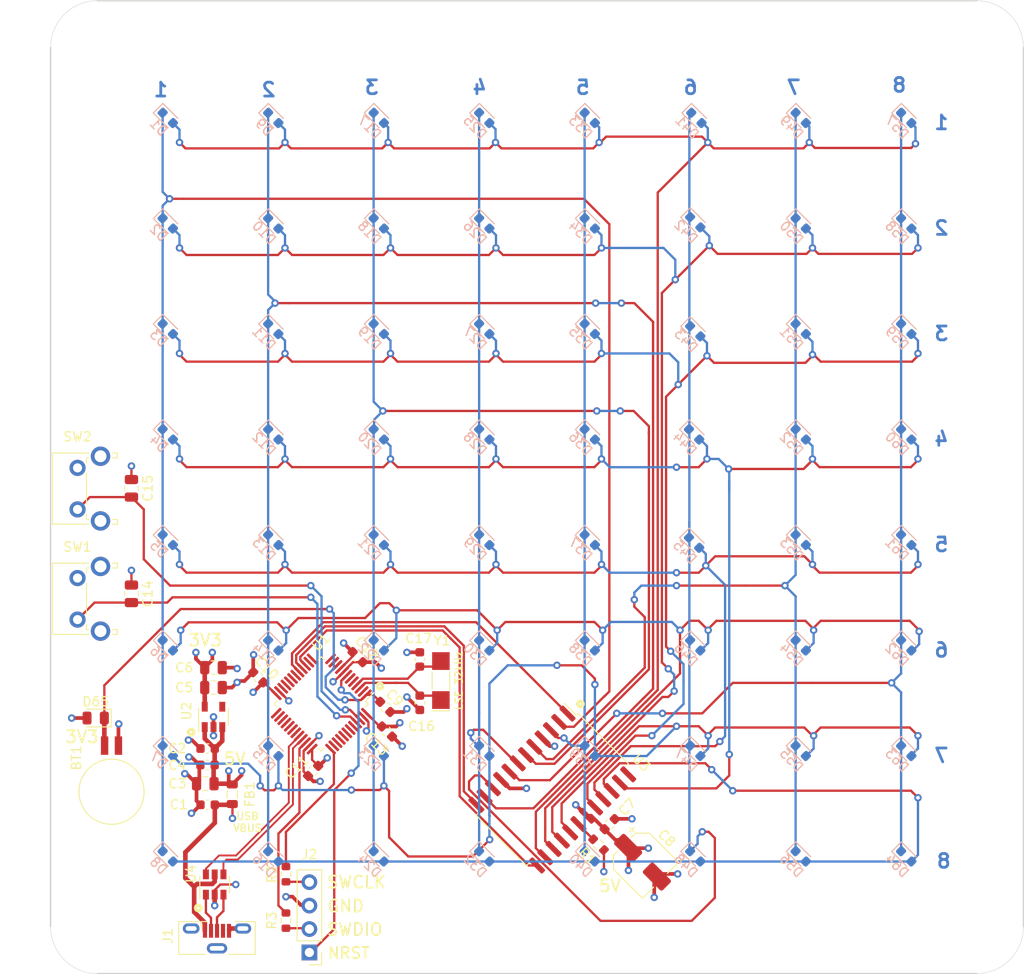
<source format=kicad_pcb>
(kicad_pcb (version 20171130) (host pcbnew "(5.1.7-0-10_14)")
  (layers (0 F.Cu signal) (1 In1.Cu power hide) (2 In2.Cu power hide) (31 B.Cu signal) (34 B.Paste user) (35 F.Paste user) (36 B.SilkS user) (37 F.SilkS user) (38 B.Mask user) (39 F.Mask user) (44 Edge.Cuts user))
  (net 0 "")
  (net 1 +5V)
  (net 2 GND)
  (net 3 /COL1)
  (net 4 /ROW1)
  (net 5 /ROW2)
  (net 6 /ROW3)
  (net 7 /ROW4)
  (net 8 /ROW5)
  (net 9 /ROW6)
  (net 10 /ROW7)
  (net 11 /ROW8)
  (net 12 /COL2)
  (net 13 /COL3)
  (net 14 /COL4)
  (net 15 /COL5)
  (net 16 /COL6)
  (net 17 /COL7)
  (net 18 /COL8)
  (net 19 "Net-(R1-Pad1)")
  (net 20 "Net-(U1-Pad2)")
  (net 21 "Net-(U1-Pad5)")
  (net 22 "Net-(U1-Pad6)")
  (net 23 "Net-(U1-Pad10)")
  (net 24 "Net-(U1-Pad11)")
  (net 25 "Net-(U1-Pad12)")
  (net 26 "Net-(U1-Pad13)")
  (net 27 "Net-(U1-Pad14)")
  (net 28 "Net-(U1-Pad18)")
  (net 29 "Net-(U1-Pad19)")
  (net 30 "Net-(U1-Pad20)")
  (net 31 "Net-(U1-Pad21)")
  (net 32 "Net-(U1-Pad22)")
  (net 33 "Net-(U1-Pad25)")
  (net 34 "Net-(U1-Pad26)")
  (net 35 "Net-(U1-Pad27)")
  (net 36 "Net-(U1-Pad28)")
  (net 37 "Net-(U1-Pad29)")
  (net 38 "Net-(U1-Pad30)")
  (net 39 "Net-(U1-Pad31)")
  (net 40 "Net-(U1-Pad38)")
  (net 41 "Net-(U1-Pad39)")
  (net 42 "Net-(U1-Pad40)")
  (net 43 "Net-(U1-Pad41)")
  (net 44 "Net-(U1-Pad42)")
  (net 45 "Net-(U1-Pad43)")
  (net 46 "Net-(U1-Pad44)")
  (net 47 VBAT)
  (net 48 USB_VBUS)
  (net 49 +3V3)
  (net 50 USB-)
  (net 51 "Net-(J1-Pad4)")
  (net 52 USB+)
  (net 53 NRST)
  (net 54 "Net-(U2-Pad4)")
  (net 55 "Net-(U3-Pad24)")
  (net 56 SPI_CLK)
  (net 57 SPI_CS)
  (net 58 SPI_DATA)
  (net 59 SWCLK)
  (net 60 SWDIO)
  (net 61 BUTTON_HOUR)
  (net 62 BUTTON_MIN)
  (net 63 LSE_IN)
  (net 64 LSE_OUT)
  (net 65 USB_PORT-)
  (net 66 USB_PORT+)
  (net 67 "Net-(J2-Pad2)")
  (net 68 "Net-(J2-Pad4)")
  (module Package_TO_SOT_SMD:SOT-23-6 (layer F.Cu) (at 115.57 136.398 90)
    (fp_text reference U4 (at 1.1684 -2.5654 90) (layer F.SilkS))
    (fp_text value USBLC6-2SC6)
    (pad 1 smd rect (at -1.1 -0.95 90) (size 1.06 0.65) (layers F.Cu F.Paste F.Mask) (net 65 USB_PORT-))
    (pad 2 smd rect (at -1.1 0 90) (size 1.06 0.65) (layers F.Cu F.Paste F.Mask) (net 2 GND))
    (pad 3 smd rect (at -1.1 0.95 90) (size 1.06 0.65) (layers F.Cu F.Paste F.Mask) (net 66 USB_PORT+))
    (pad 4 smd rect (at 1.1 0.95 90) (size 1.06 0.65) (layers F.Cu F.Paste F.Mask) (net 52 USB+))
    (pad 6 smd rect (at 1.1 -0.95 90) (size 1.06 0.65) (layers F.Cu F.Paste F.Mask) (net 50 USB-))
    (pad 5 smd rect (at 1.1 0 90) (size 1.06 0.65) (layers F.Cu F.Paste F.Mask) (net 48 USB_VBUS))
  )
  (module Package_SO:SOIC-24W_7.5x15.4mm_P1.27mm (layer F.Cu) (at 152.146 126.111 315)
    (fp_text reference U3 (at 4.759536 -8.890454 135) (layer F.SilkS))
    (fp_text value MAX7219)
    (pad 1 smd roundrect (at -4.65 -6.985 315) (size 2.05 0.6) (layers F.Cu F.Paste F.Mask) (net 58 SPI_DATA))
    (pad 2 smd roundrect (at -4.65 -5.715 315) (size 2.05 0.6) (layers F.Cu F.Paste F.Mask) (net 3 /COL1))
    (pad 3 smd roundrect (at -4.65 -4.445 315) (size 2.05 0.6) (layers F.Cu F.Paste F.Mask) (net 15 /COL5))
    (pad 4 smd roundrect (at -4.65 -3.175 315) (size 2.05 0.6) (layers F.Cu F.Paste F.Mask) (net 2 GND))
    (pad 5 smd roundrect (at -4.65 -1.905 315) (size 2.05 0.6) (layers F.Cu F.Paste F.Mask) (net 17 /COL7))
    (pad 6 smd roundrect (at -4.65 -0.635 315) (size 2.05 0.6) (layers F.Cu F.Paste F.Mask) (net 13 /COL3))
    (pad 7 smd roundrect (at -4.65 0.635 315) (size 2.05 0.6) (layers F.Cu F.Paste F.Mask) (net 14 /COL4))
    (pad 8 smd roundrect (at -4.65 1.905 315) (size 2.05 0.6) (layers F.Cu F.Paste F.Mask) (net 18 /COL8))
    (pad 9 smd roundrect (at -4.65 3.175 315) (size 2.05 0.6) (layers F.Cu F.Paste F.Mask) (net 2 GND))
    (pad 10 smd roundrect (at -4.65 4.445 315) (size 2.05 0.6) (layers F.Cu F.Paste F.Mask) (net 16 /COL6))
    (pad 11 smd roundrect (at -4.65 5.715 315) (size 2.05 0.6) (layers F.Cu F.Paste F.Mask) (net 12 /COL2))
    (pad 12 smd roundrect (at -4.65 6.985 315) (size 2.05 0.6) (layers F.Cu F.Paste F.Mask) (net 57 SPI_CS))
    (pad 13 smd roundrect (at 4.65 6.985 315) (size 2.05 0.6) (layers F.Cu F.Paste F.Mask) (net 56 SPI_CLK))
    (pad 14 smd roundrect (at 4.65 5.715 315) (size 2.05 0.6) (layers F.Cu F.Paste F.Mask) (net 4 /ROW1))
    (pad 15 smd roundrect (at 4.65 4.445 315) (size 2.05 0.6) (layers F.Cu F.Paste F.Mask) (net 9 /ROW6))
    (pad 16 smd roundrect (at 4.65 3.175 315) (size 2.05 0.6) (layers F.Cu F.Paste F.Mask) (net 5 /ROW2))
    (pad 17 smd roundrect (at 4.65 1.905 315) (size 2.05 0.6) (layers F.Cu F.Paste F.Mask) (net 10 /ROW7))
    (pad 18 smd roundrect (at 4.65 0.635 315) (size 2.05 0.6) (layers F.Cu F.Paste F.Mask) (net 19 "Net-(R1-Pad1)"))
    (pad 19 smd roundrect (at 4.65 -0.635 315) (size 2.05 0.6) (layers F.Cu F.Paste F.Mask) (net 1 +5V))
    (pad 20 smd roundrect (at 4.65 -1.905 315) (size 2.05 0.6) (layers F.Cu F.Paste F.Mask) (net 6 /ROW3))
    (pad 21 smd roundrect (at 4.65 -3.175 315) (size 2.05 0.6) (layers F.Cu F.Paste F.Mask) (net 8 /ROW5))
    (pad 22 smd roundrect (at 4.65 -4.445 315) (size 2.05 0.6) (layers F.Cu F.Paste F.Mask) (net 11 /ROW8))
    (pad 23 smd roundrect (at 4.65 -5.715 315) (size 2.05 0.6) (layers F.Cu F.Paste F.Mask) (net 7 /ROW4))
    (pad 24 smd roundrect (at 4.65 -6.985 315) (size 2.05 0.6) (layers F.Cu F.Paste F.Mask) (net 55 "Net-(U3-Pad24)"))
  )
  (module Resistor_SMD:R_0603_1608Metric (layer F.Cu) (at 157.1625 132.08 315)
    (fp_text reference R1 (at 0.044901 1.75115 135) (layer F.SilkS))
    (fp_text value 10k)
    (pad 1 smd roundrect (at -0.825 0 315) (size 0.8 0.95) (layers F.Cu F.Paste F.Mask) (net 19 "Net-(R1-Pad1)"))
    (pad 2 smd roundrect (at 0.825 0 315) (size 0.8 0.95) (layers F.Cu F.Paste F.Mask) (net 1 +5V))
  )
  (module Capacitor_SMD:C_0603_1608Metric (layer F.Cu) (at 158.369 129.8575 45)
    (fp_text reference C7 (at 2.649176 0.044901 45) (layer F.SilkS))
    (fp_text value 0.1u)
    (pad 1 smd roundrect (at -0.775 0 45) (size 0.9 0.95) (layers F.Cu F.Paste F.Mask) (net 1 +5V))
    (pad 2 smd roundrect (at 0.775 0 45) (size 0.9 0.95) (layers F.Cu F.Paste F.Mask) (net 2 GND))
  )
  (module Capacitor_SMD:CP_Elec_5x4.5 (layer F.Cu) (at 161.925 133.985 315)
    (fp_text reference C8 (at 0 -3.7 135) (layer F.SilkS))
    (fp_text value 10u)
    (pad 1 smd roundrect (at -2.2 0 315) (size 3 1.6) (layers F.Cu F.Paste F.Mask) (roundrect_rratio 0.15625) (net 1 +5V))
    (pad 2 smd roundrect (at 2.2 0 315) (size 3 1.6) (layers F.Cu F.Paste F.Mask) (roundrect_rratio 0.15625) (net 2 GND))
  )
  (module LED_SMD:LED_0603_1608Metric (layer B.Cu) (at 110.49 53.34 315)
    (fp_text reference D1 (at 0 1.43 315) (layer B.SilkS) (effects (justify mirror)))
    (fp_text value LED_Small)
    (pad 1 smd roundrect (at -0.7875 0 315) (size 0.875 0.95) (layers B.Cu B.Paste B.Mask) (net 3 /COL1))
    (pad 2 smd roundrect (at 0.7875 0 315) (size 0.875 0.95) (layers B.Cu B.Paste B.Mask) (net 4 /ROW1))
  )
  (module LED_SMD:LED_0603_1608Metric (layer B.Cu) (at 110.49 64.77 315)
    (fp_text reference D2 (at 0 1.43 315) (layer B.SilkS) (effects (justify mirror)))
    (fp_text value LED_Small)
    (pad 1 smd roundrect (at -0.7875 0 315) (size 0.875 0.95) (layers B.Cu B.Paste B.Mask) (net 3 /COL1))
    (pad 2 smd roundrect (at 0.7875 0 315) (size 0.875 0.95) (layers B.Cu B.Paste B.Mask) (net 5 /ROW2))
  )
  (module LED_SMD:LED_0603_1608Metric (layer B.Cu) (at 110.49 76.2 315)
    (fp_text reference D3 (at 0 1.43 315) (layer B.SilkS) (effects (justify mirror)))
    (fp_text value LED_Small)
    (pad 1 smd roundrect (at -0.7875 0 315) (size 0.875 0.95) (layers B.Cu B.Paste B.Mask) (net 3 /COL1))
    (pad 2 smd roundrect (at 0.7875 0 315) (size 0.875 0.95) (layers B.Cu B.Paste B.Mask) (net 6 /ROW3))
  )
  (module LED_SMD:LED_0603_1608Metric (layer B.Cu) (at 110.49 87.63 315)
    (fp_text reference D4 (at 0 1.43 315) (layer B.SilkS) (effects (justify mirror)))
    (fp_text value LED_Small)
    (pad 1 smd roundrect (at -0.7875 0 315) (size 0.875 0.95) (layers B.Cu B.Paste B.Mask) (net 3 /COL1))
    (pad 2 smd roundrect (at 0.7875 0 315) (size 0.875 0.95) (layers B.Cu B.Paste B.Mask) (net 7 /ROW4))
  )
  (module LED_SMD:LED_0603_1608Metric (layer B.Cu) (at 110.49 99.06 315)
    (fp_text reference D5 (at 0 1.43 315) (layer B.SilkS) (effects (justify mirror)))
    (fp_text value LED_Small)
    (pad 1 smd roundrect (at -0.7875 0 315) (size 0.875 0.95) (layers B.Cu B.Paste B.Mask) (net 3 /COL1))
    (pad 2 smd roundrect (at 0.7875 0 315) (size 0.875 0.95) (layers B.Cu B.Paste B.Mask) (net 8 /ROW5))
  )
  (module LED_SMD:LED_0603_1608Metric (layer B.Cu) (at 110.49 110.49 315)
    (fp_text reference D6 (at 0 1.43 315) (layer B.SilkS) (effects (justify mirror)))
    (fp_text value LED_Small)
    (pad 1 smd roundrect (at -0.7875 0 315) (size 0.875 0.95) (layers B.Cu B.Paste B.Mask) (net 3 /COL1))
    (pad 2 smd roundrect (at 0.7875 0 315) (size 0.875 0.95) (layers B.Cu B.Paste B.Mask) (net 9 /ROW6))
  )
  (module LED_SMD:LED_0603_1608Metric (layer B.Cu) (at 110.49 121.92 315)
    (fp_text reference D7 (at 0 1.43 315) (layer B.SilkS) (effects (justify mirror)))
    (fp_text value LED_Small)
    (pad 1 smd roundrect (at -0.7875 0 315) (size 0.875 0.95) (layers B.Cu B.Paste B.Mask) (net 3 /COL1))
    (pad 2 smd roundrect (at 0.7875 0 315) (size 0.875 0.95) (layers B.Cu B.Paste B.Mask) (net 10 /ROW7))
  )
  (module LED_SMD:LED_0603_1608Metric (layer B.Cu) (at 110.49 133.35 315)
    (fp_text reference D8 (at 0 1.43 315) (layer B.SilkS) (effects (justify mirror)))
    (fp_text value LED_Small)
    (pad 1 smd roundrect (at -0.7875 0 315) (size 0.875 0.95) (layers B.Cu B.Paste B.Mask) (net 3 /COL1))
    (pad 2 smd roundrect (at 0.7875 0 315) (size 0.875 0.95) (layers B.Cu B.Paste B.Mask) (net 11 /ROW8))
  )
  (module LED_SMD:LED_0603_1608Metric (layer B.Cu) (at 121.92 53.34 315)
    (fp_text reference D9 (at 0 1.43 315) (layer B.SilkS) (effects (justify mirror)))
    (fp_text value LED_Small)
    (pad 1 smd roundrect (at -0.7875 0 315) (size 0.875 0.95) (layers B.Cu B.Paste B.Mask) (net 12 /COL2))
    (pad 2 smd roundrect (at 0.7875 0 315) (size 0.875 0.95) (layers B.Cu B.Paste B.Mask) (net 4 /ROW1))
  )
  (module LED_SMD:LED_0603_1608Metric (layer B.Cu) (at 121.92 64.77 315)
    (fp_text reference D10 (at 0 1.43 315) (layer B.SilkS) (effects (justify mirror)))
    (fp_text value LED_Small)
    (pad 2 smd roundrect (at 0.7875 0 315) (size 0.875 0.95) (layers B.Cu B.Paste B.Mask) (net 5 /ROW2))
    (pad 1 smd roundrect (at -0.7875 0 315) (size 0.875 0.95) (layers B.Cu B.Paste B.Mask) (net 12 /COL2))
  )
  (module LED_SMD:LED_0603_1608Metric (layer B.Cu) (at 121.92 76.2 315)
    (fp_text reference D11 (at 0 1.43 315) (layer B.SilkS) (effects (justify mirror)))
    (fp_text value LED_Small)
    (pad 2 smd roundrect (at 0.7875 0 315) (size 0.875 0.95) (layers B.Cu B.Paste B.Mask) (net 6 /ROW3))
    (pad 1 smd roundrect (at -0.7875 0 315) (size 0.875 0.95) (layers B.Cu B.Paste B.Mask) (net 12 /COL2))
  )
  (module LED_SMD:LED_0603_1608Metric (layer B.Cu) (at 121.92 87.63 315)
    (fp_text reference D12 (at 0 1.43 315) (layer B.SilkS) (effects (justify mirror)))
    (fp_text value LED_Small)
    (pad 2 smd roundrect (at 0.7875 0 315) (size 0.875 0.95) (layers B.Cu B.Paste B.Mask) (net 7 /ROW4))
    (pad 1 smd roundrect (at -0.7875 0 315) (size 0.875 0.95) (layers B.Cu B.Paste B.Mask) (net 12 /COL2))
  )
  (module LED_SMD:LED_0603_1608Metric (layer B.Cu) (at 121.92 99.06 315)
    (fp_text reference D13 (at 0 1.43 315) (layer B.SilkS) (effects (justify mirror)))
    (fp_text value LED_Small)
    (pad 2 smd roundrect (at 0.7875 0 315) (size 0.875 0.95) (layers B.Cu B.Paste B.Mask) (net 8 /ROW5))
    (pad 1 smd roundrect (at -0.7875 0 315) (size 0.875 0.95) (layers B.Cu B.Paste B.Mask) (net 12 /COL2))
  )
  (module LED_SMD:LED_0603_1608Metric (layer B.Cu) (at 121.92 110.49 315)
    (fp_text reference D14 (at 0 1.43 315) (layer B.SilkS) (effects (justify mirror)))
    (fp_text value LED_Small)
    (pad 2 smd roundrect (at 0.7875 0 315) (size 0.875 0.95) (layers B.Cu B.Paste B.Mask) (net 9 /ROW6))
    (pad 1 smd roundrect (at -0.7875 0 315) (size 0.875 0.95) (layers B.Cu B.Paste B.Mask) (net 12 /COL2))
  )
  (module LED_SMD:LED_0603_1608Metric (layer B.Cu) (at 121.92 121.92 315)
    (fp_text reference D15 (at 0 1.43 315) (layer B.SilkS) (effects (justify mirror)))
    (fp_text value LED_Small)
    (pad 2 smd roundrect (at 0.7875 0 315) (size 0.875 0.95) (layers B.Cu B.Paste B.Mask) (net 10 /ROW7))
    (pad 1 smd roundrect (at -0.7875 0 315) (size 0.875 0.95) (layers B.Cu B.Paste B.Mask) (net 12 /COL2))
  )
  (module LED_SMD:LED_0603_1608Metric (layer B.Cu) (at 121.92 133.35 315)
    (fp_text reference D16 (at 0 1.43 315) (layer B.SilkS) (effects (justify mirror)))
    (fp_text value LED_Small)
    (pad 2 smd roundrect (at 0.7875 0 315) (size 0.875 0.95) (layers B.Cu B.Paste B.Mask) (net 11 /ROW8))
    (pad 1 smd roundrect (at -0.7875 0 315) (size 0.875 0.95) (layers B.Cu B.Paste B.Mask) (net 12 /COL2))
  )
  (module LED_SMD:LED_0603_1608Metric (layer B.Cu) (at 133.35 53.34 315)
    (fp_text reference D17 (at 0 1.43 315) (layer B.SilkS) (effects (justify mirror)))
    (fp_text value LED_Small)
    (pad 2 smd roundrect (at 0.7875 0 315) (size 0.875 0.95) (layers B.Cu B.Paste B.Mask) (net 4 /ROW1))
    (pad 1 smd roundrect (at -0.7875 0 315) (size 0.875 0.95) (layers B.Cu B.Paste B.Mask) (net 13 /COL3))
  )
  (module LED_SMD:LED_0603_1608Metric (layer B.Cu) (at 133.35 64.77 315)
    (fp_text reference D18 (at 0 1.43 315) (layer B.SilkS) (effects (justify mirror)))
    (fp_text value LED_Small)
    (pad 1 smd roundrect (at -0.7875 0 315) (size 0.875 0.95) (layers B.Cu B.Paste B.Mask) (net 13 /COL3))
    (pad 2 smd roundrect (at 0.7875 0 315) (size 0.875 0.95) (layers B.Cu B.Paste B.Mask) (net 5 /ROW2))
  )
  (module LED_SMD:LED_0603_1608Metric (layer B.Cu) (at 133.35 76.2 315)
    (fp_text reference D19 (at 0 1.43 315) (layer B.SilkS) (effects (justify mirror)))
    (fp_text value LED_Small)
    (pad 1 smd roundrect (at -0.7875 0 315) (size 0.875 0.95) (layers B.Cu B.Paste B.Mask) (net 13 /COL3))
    (pad 2 smd roundrect (at 0.7875 0 315) (size 0.875 0.95) (layers B.Cu B.Paste B.Mask) (net 6 /ROW3))
  )
  (module LED_SMD:LED_0603_1608Metric (layer B.Cu) (at 133.35 87.63 315)
    (fp_text reference D20 (at 0 1.43 315) (layer B.SilkS) (effects (justify mirror)))
    (fp_text value LED_Small)
    (pad 1 smd roundrect (at -0.7875 0 315) (size 0.875 0.95) (layers B.Cu B.Paste B.Mask) (net 13 /COL3))
    (pad 2 smd roundrect (at 0.7875 0 315) (size 0.875 0.95) (layers B.Cu B.Paste B.Mask) (net 7 /ROW4))
  )
  (module LED_SMD:LED_0603_1608Metric (layer B.Cu) (at 133.35 99.06 315)
    (fp_text reference D21 (at 0 1.43 315) (layer B.SilkS) (effects (justify mirror)))
    (fp_text value LED_Small)
    (pad 1 smd roundrect (at -0.7875 0 315) (size 0.875 0.95) (layers B.Cu B.Paste B.Mask) (net 13 /COL3))
    (pad 2 smd roundrect (at 0.7875 0 315) (size 0.875 0.95) (layers B.Cu B.Paste B.Mask) (net 8 /ROW5))
  )
  (module LED_SMD:LED_0603_1608Metric (layer B.Cu) (at 133.35 110.49 315)
    (fp_text reference D22 (at 0 1.43 315) (layer B.SilkS) (effects (justify mirror)))
    (fp_text value LED_Small)
    (pad 1 smd roundrect (at -0.7875 0 315) (size 0.875 0.95) (layers B.Cu B.Paste B.Mask) (net 13 /COL3))
    (pad 2 smd roundrect (at 0.7875 0 315) (size 0.875 0.95) (layers B.Cu B.Paste B.Mask) (net 9 /ROW6))
  )
  (module LED_SMD:LED_0603_1608Metric (layer B.Cu) (at 133.35 121.92 315)
    (fp_text reference D23 (at 0 1.43 315) (layer B.SilkS) (effects (justify mirror)))
    (fp_text value LED_Small)
    (pad 1 smd roundrect (at -0.7875 0 315) (size 0.875 0.95) (layers B.Cu B.Paste B.Mask) (net 13 /COL3))
    (pad 2 smd roundrect (at 0.7875 0 315) (size 0.875 0.95) (layers B.Cu B.Paste B.Mask) (net 10 /ROW7))
  )
  (module LED_SMD:LED_0603_1608Metric (layer B.Cu) (at 133.35 133.35 315)
    (fp_text reference D24 (at 0 1.43 315) (layer B.SilkS) (effects (justify mirror)))
    (fp_text value LED_Small)
    (pad 1 smd roundrect (at -0.7875 0 315) (size 0.875 0.95) (layers B.Cu B.Paste B.Mask) (net 13 /COL3))
    (pad 2 smd roundrect (at 0.7875 0 315) (size 0.875 0.95) (layers B.Cu B.Paste B.Mask) (net 11 /ROW8))
  )
  (module LED_SMD:LED_0603_1608Metric (layer B.Cu) (at 144.78 53.34 315)
    (fp_text reference D25 (at 0 1.43 315) (layer B.SilkS) (effects (justify mirror)))
    (fp_text value LED_Small)
    (pad 1 smd roundrect (at -0.7875 0 315) (size 0.875 0.95) (layers B.Cu B.Paste B.Mask) (net 14 /COL4))
    (pad 2 smd roundrect (at 0.7875 0 315) (size 0.875 0.95) (layers B.Cu B.Paste B.Mask) (net 4 /ROW1))
  )
  (module LED_SMD:LED_0603_1608Metric (layer B.Cu) (at 144.78 64.77 315)
    (fp_text reference D26 (at 0 1.43 315) (layer B.SilkS) (effects (justify mirror)))
    (fp_text value LED_Small)
    (pad 2 smd roundrect (at 0.7875 0 315) (size 0.875 0.95) (layers B.Cu B.Paste B.Mask) (net 5 /ROW2))
    (pad 1 smd roundrect (at -0.7875 0 315) (size 0.875 0.95) (layers B.Cu B.Paste B.Mask) (net 14 /COL4))
  )
  (module LED_SMD:LED_0603_1608Metric (layer B.Cu) (at 144.78 76.2 315)
    (fp_text reference D27 (at 0 1.43 315) (layer B.SilkS) (effects (justify mirror)))
    (fp_text value LED_Small)
    (pad 2 smd roundrect (at 0.7875 0 315) (size 0.875 0.95) (layers B.Cu B.Paste B.Mask) (net 6 /ROW3))
    (pad 1 smd roundrect (at -0.7875 0 315) (size 0.875 0.95) (layers B.Cu B.Paste B.Mask) (net 14 /COL4))
  )
  (module LED_SMD:LED_0603_1608Metric (layer B.Cu) (at 144.78 87.63 315)
    (fp_text reference D28 (at 0 1.43 315) (layer B.SilkS) (effects (justify mirror)))
    (fp_text value LED_Small)
    (pad 2 smd roundrect (at 0.7875 0 315) (size 0.875 0.95) (layers B.Cu B.Paste B.Mask) (net 7 /ROW4))
    (pad 1 smd roundrect (at -0.7875 0 315) (size 0.875 0.95) (layers B.Cu B.Paste B.Mask) (net 14 /COL4))
  )
  (module LED_SMD:LED_0603_1608Metric (layer B.Cu) (at 144.78 99.06 315)
    (fp_text reference D29 (at 0 1.43 315) (layer B.SilkS) (effects (justify mirror)))
    (fp_text value LED_Small)
    (pad 2 smd roundrect (at 0.7875 0 315) (size 0.875 0.95) (layers B.Cu B.Paste B.Mask) (net 8 /ROW5))
    (pad 1 smd roundrect (at -0.7875 0 315) (size 0.875 0.95) (layers B.Cu B.Paste B.Mask) (net 14 /COL4))
  )
  (module LED_SMD:LED_0603_1608Metric (layer B.Cu) (at 144.78 110.49 315)
    (fp_text reference D30 (at 0 1.43 315) (layer B.SilkS) (effects (justify mirror)))
    (fp_text value LED_Small)
    (pad 2 smd roundrect (at 0.7875 0 315) (size 0.875 0.95) (layers B.Cu B.Paste B.Mask) (net 9 /ROW6))
    (pad 1 smd roundrect (at -0.7875 0 315) (size 0.875 0.95) (layers B.Cu B.Paste B.Mask) (net 14 /COL4))
  )
  (module LED_SMD:LED_0603_1608Metric (layer B.Cu) (at 144.78 121.92 315)
    (fp_text reference D31 (at 0 1.43 315) (layer B.SilkS) (effects (justify mirror)))
    (fp_text value LED_Small)
    (pad 2 smd roundrect (at 0.7875 0 315) (size 0.875 0.95) (layers B.Cu B.Paste B.Mask) (net 10 /ROW7))
    (pad 1 smd roundrect (at -0.7875 0 315) (size 0.875 0.95) (layers B.Cu B.Paste B.Mask) (net 14 /COL4))
  )
  (module LED_SMD:LED_0603_1608Metric (layer B.Cu) (at 144.78 133.35 315)
    (fp_text reference D32 (at 0 1.43 315) (layer B.SilkS) (effects (justify mirror)))
    (fp_text value LED_Small)
    (pad 2 smd roundrect (at 0.7875 0 315) (size 0.875 0.95) (layers B.Cu B.Paste B.Mask) (net 11 /ROW8))
    (pad 1 smd roundrect (at -0.7875 0 315) (size 0.875 0.95) (layers B.Cu B.Paste B.Mask) (net 14 /COL4))
  )
  (module LED_SMD:LED_0603_1608Metric (layer B.Cu) (at 156.21 53.34 315)
    (fp_text reference D33 (at 0 1.43 315) (layer B.SilkS) (effects (justify mirror)))
    (fp_text value LED_Small)
    (pad 2 smd roundrect (at 0.7875 0 315) (size 0.875 0.95) (layers B.Cu B.Paste B.Mask) (net 4 /ROW1))
    (pad 1 smd roundrect (at -0.7875 0 315) (size 0.875 0.95) (layers B.Cu B.Paste B.Mask) (net 15 /COL5))
  )
  (module LED_SMD:LED_0603_1608Metric (layer B.Cu) (at 156.21 64.77 315)
    (fp_text reference D34 (at 0 1.43 315) (layer B.SilkS) (effects (justify mirror)))
    (fp_text value LED_Small)
    (pad 1 smd roundrect (at -0.7875 0 315) (size 0.875 0.95) (layers B.Cu B.Paste B.Mask) (net 15 /COL5))
    (pad 2 smd roundrect (at 0.7875 0 315) (size 0.875 0.95) (layers B.Cu B.Paste B.Mask) (net 5 /ROW2))
  )
  (module LED_SMD:LED_0603_1608Metric (layer B.Cu) (at 156.21 76.2 315)
    (fp_text reference D35 (at 0 1.43 315) (layer B.SilkS) (effects (justify mirror)))
    (fp_text value LED_Small)
    (pad 1 smd roundrect (at -0.7875 0 315) (size 0.875 0.95) (layers B.Cu B.Paste B.Mask) (net 15 /COL5))
    (pad 2 smd roundrect (at 0.7875 0 315) (size 0.875 0.95) (layers B.Cu B.Paste B.Mask) (net 6 /ROW3))
  )
  (module LED_SMD:LED_0603_1608Metric (layer B.Cu) (at 156.21 87.63 315)
    (fp_text reference D36 (at 0 1.43 315) (layer B.SilkS) (effects (justify mirror)))
    (fp_text value LED_Small)
    (pad 1 smd roundrect (at -0.7875 0 315) (size 0.875 0.95) (layers B.Cu B.Paste B.Mask) (net 15 /COL5))
    (pad 2 smd roundrect (at 0.7875 0 315) (size 0.875 0.95) (layers B.Cu B.Paste B.Mask) (net 7 /ROW4))
  )
  (module LED_SMD:LED_0603_1608Metric (layer B.Cu) (at 156.21 99.06 315)
    (fp_text reference D37 (at 0 1.43 315) (layer B.SilkS) (effects (justify mirror)))
    (fp_text value LED_Small)
    (pad 1 smd roundrect (at -0.7875 0 315) (size 0.875 0.95) (layers B.Cu B.Paste B.Mask) (net 15 /COL5))
    (pad 2 smd roundrect (at 0.7875 0 315) (size 0.875 0.95) (layers B.Cu B.Paste B.Mask) (net 8 /ROW5))
  )
  (module LED_SMD:LED_0603_1608Metric (layer B.Cu) (at 156.21 110.49 315)
    (fp_text reference D38 (at 0 1.43 315) (layer B.SilkS) (effects (justify mirror)))
    (fp_text value LED_Small)
    (pad 1 smd roundrect (at -0.7875 0 315) (size 0.875 0.95) (layers B.Cu B.Paste B.Mask) (net 15 /COL5))
    (pad 2 smd roundrect (at 0.7875 0 315) (size 0.875 0.95) (layers B.Cu B.Paste B.Mask) (net 9 /ROW6))
  )
  (module LED_SMD:LED_0603_1608Metric (layer B.Cu) (at 156.21 121.92 315)
    (fp_text reference D39 (at 0 1.43 315) (layer B.SilkS) (effects (justify mirror)))
    (fp_text value LED_Small)
    (pad 1 smd roundrect (at -0.7875 0 315) (size 0.875 0.95) (layers B.Cu B.Paste B.Mask) (net 15 /COL5))
    (pad 2 smd roundrect (at 0.7875 0 315) (size 0.875 0.95) (layers B.Cu B.Paste B.Mask) (net 10 /ROW7))
  )
  (module LED_SMD:LED_0603_1608Metric (layer B.Cu) (at 156.21 133.35 315)
    (fp_text reference D40 (at 0 1.43 315) (layer B.SilkS) (effects (justify mirror)))
    (fp_text value LED_Small)
    (pad 1 smd roundrect (at -0.7875 0 315) (size 0.875 0.95) (layers B.Cu B.Paste B.Mask) (net 15 /COL5))
    (pad 2 smd roundrect (at 0.7875 0 315) (size 0.875 0.95) (layers B.Cu B.Paste B.Mask) (net 11 /ROW8))
  )
  (module LED_SMD:LED_0603_1608Metric (layer B.Cu) (at 167.64 110.49 315)
    (fp_text reference D46 (at 0 1.43 315) (layer B.SilkS) (effects (justify mirror)))
    (fp_text value LED_Small)
    (pad 2 smd roundrect (at 0.7875 0 315) (size 0.875 0.95) (layers B.Cu B.Paste B.Mask) (net 9 /ROW6))
    (pad 1 smd roundrect (at -0.7875 0 315) (size 0.875 0.95) (layers B.Cu B.Paste B.Mask) (net 16 /COL6))
  )
  (module LED_SMD:LED_0603_1608Metric (layer B.Cu) (at 167.64 121.92 315)
    (fp_text reference D47 (at 0 1.43 315) (layer B.SilkS) (effects (justify mirror)))
    (fp_text value LED_Small)
    (pad 2 smd roundrect (at 0.7875 0 315) (size 0.875 0.95) (layers B.Cu B.Paste B.Mask) (net 10 /ROW7))
    (pad 1 smd roundrect (at -0.7875 0 315) (size 0.875 0.95) (layers B.Cu B.Paste B.Mask) (net 16 /COL6))
  )
  (module LED_SMD:LED_0603_1608Metric (layer B.Cu) (at 167.64 133.35 315)
    (fp_text reference D48 (at 0 1.43 315) (layer B.SilkS) (effects (justify mirror)))
    (fp_text value LED_Small)
    (pad 2 smd roundrect (at 0.7875 0 315) (size 0.875 0.95) (layers B.Cu B.Paste B.Mask) (net 11 /ROW8))
    (pad 1 smd roundrect (at -0.7875 0 315) (size 0.875 0.95) (layers B.Cu B.Paste B.Mask) (net 16 /COL6))
  )
  (module LED_SMD:LED_0603_1608Metric (layer B.Cu) (at 179.07 53.34 315)
    (fp_text reference D49 (at 0 1.43 315) (layer B.SilkS) (effects (justify mirror)))
    (fp_text value LED_Small)
    (pad 1 smd roundrect (at -0.7875 0 315) (size 0.875 0.95) (layers B.Cu B.Paste B.Mask) (net 17 /COL7))
    (pad 2 smd roundrect (at 0.7875 0 315) (size 0.875 0.95) (layers B.Cu B.Paste B.Mask) (net 4 /ROW1))
  )
  (module LED_SMD:LED_0603_1608Metric (layer B.Cu) (at 179.07 64.77 315)
    (fp_text reference D50 (at 0 1.43 315) (layer B.SilkS) (effects (justify mirror)))
    (fp_text value LED_Small)
    (pad 1 smd roundrect (at -0.7875 0 315) (size 0.875 0.95) (layers B.Cu B.Paste B.Mask) (net 17 /COL7))
    (pad 2 smd roundrect (at 0.7875 0 315) (size 0.875 0.95) (layers B.Cu B.Paste B.Mask) (net 5 /ROW2))
  )
  (module LED_SMD:LED_0603_1608Metric (layer B.Cu) (at 179.07 76.2 315)
    (fp_text reference D51 (at 0 1.43 315) (layer B.SilkS) (effects (justify mirror)))
    (fp_text value LED_Small)
    (pad 1 smd roundrect (at -0.7875 0 315) (size 0.875 0.95) (layers B.Cu B.Paste B.Mask) (net 17 /COL7))
    (pad 2 smd roundrect (at 0.7875 0 315) (size 0.875 0.95) (layers B.Cu B.Paste B.Mask) (net 6 /ROW3))
  )
  (module LED_SMD:LED_0603_1608Metric (layer B.Cu) (at 179.07 87.63 315)
    (fp_text reference D52 (at 0 1.43 315) (layer B.SilkS) (effects (justify mirror)))
    (fp_text value LED_Small)
    (pad 1 smd roundrect (at -0.7875 0 315) (size 0.875 0.95) (layers B.Cu B.Paste B.Mask) (net 17 /COL7))
    (pad 2 smd roundrect (at 0.7875 0 315) (size 0.875 0.95) (layers B.Cu B.Paste B.Mask) (net 7 /ROW4))
  )
  (module LED_SMD:LED_0603_1608Metric (layer B.Cu) (at 179.07 99.06 315)
    (fp_text reference D53 (at 0 1.43 315) (layer B.SilkS) (effects (justify mirror)))
    (fp_text value LED_Small)
    (pad 1 smd roundrect (at -0.7875 0 315) (size 0.875 0.95) (layers B.Cu B.Paste B.Mask) (net 17 /COL7))
    (pad 2 smd roundrect (at 0.7875 0 315) (size 0.875 0.95) (layers B.Cu B.Paste B.Mask) (net 8 /ROW5))
  )
  (module LED_SMD:LED_0603_1608Metric (layer B.Cu) (at 179.07 110.49 315)
    (fp_text reference D54 (at 0 1.43 315) (layer B.SilkS) (effects (justify mirror)))
    (fp_text value LED_Small)
    (pad 1 smd roundrect (at -0.7875 0 315) (size 0.875 0.95) (layers B.Cu B.Paste B.Mask) (net 17 /COL7))
    (pad 2 smd roundrect (at 0.7875 0 315) (size 0.875 0.95) (layers B.Cu B.Paste B.Mask) (net 9 /ROW6))
  )
  (module LED_SMD:LED_0603_1608Metric (layer B.Cu) (at 179.07 121.92 315)
    (fp_text reference D55 (at 0 1.43 315) (layer B.SilkS) (effects (justify mirror)))
    (fp_text value LED_Small)
    (pad 1 smd roundrect (at -0.7875 0 315) (size 0.875 0.95) (layers B.Cu B.Paste B.Mask) (net 17 /COL7))
    (pad 2 smd roundrect (at 0.7875 0 315) (size 0.875 0.95) (layers B.Cu B.Paste B.Mask) (net 10 /ROW7))
  )
  (module LED_SMD:LED_0603_1608Metric (layer B.Cu) (at 179.07 133.35 315)
    (fp_text reference D56 (at 0 1.43 315) (layer B.SilkS) (effects (justify mirror)))
    (fp_text value LED_Small)
    (pad 1 smd roundrect (at -0.7875 0 315) (size 0.875 0.95) (layers B.Cu B.Paste B.Mask) (net 17 /COL7))
    (pad 2 smd roundrect (at 0.7875 0 315) (size 0.875 0.95) (layers B.Cu B.Paste B.Mask) (net 11 /ROW8))
  )
  (module LED_SMD:LED_0603_1608Metric (layer B.Cu) (at 190.5 53.34 315)
    (fp_text reference D57 (at 0 1.43 315) (layer B.SilkS) (effects (justify mirror)))
    (fp_text value LED_Small)
    (pad 2 smd roundrect (at 0.7875 0 315) (size 0.875 0.95) (layers B.Cu B.Paste B.Mask) (net 4 /ROW1))
    (pad 1 smd roundrect (at -0.7875 0 315) (size 0.875 0.95) (layers B.Cu B.Paste B.Mask) (net 18 /COL8))
  )
  (module LED_SMD:LED_0603_1608Metric (layer B.Cu) (at 190.5 64.77 315)
    (fp_text reference D58 (at 0 1.43 315) (layer B.SilkS) (effects (justify mirror)))
    (fp_text value LED_Small)
    (pad 2 smd roundrect (at 0.7875 0 315) (size 0.875 0.95) (layers B.Cu B.Paste B.Mask) (net 5 /ROW2))
    (pad 1 smd roundrect (at -0.7875 0 315) (size 0.875 0.95) (layers B.Cu B.Paste B.Mask) (net 18 /COL8))
  )
  (module LED_SMD:LED_0603_1608Metric (layer B.Cu) (at 190.5 76.2 315)
    (fp_text reference D59 (at 0 1.43 315) (layer B.SilkS) (effects (justify mirror)))
    (fp_text value LED_Small)
    (pad 2 smd roundrect (at 0.7875 0 315) (size 0.875 0.95) (layers B.Cu B.Paste B.Mask) (net 6 /ROW3))
    (pad 1 smd roundrect (at -0.7875 0 315) (size 0.875 0.95) (layers B.Cu B.Paste B.Mask) (net 18 /COL8))
  )
  (module LED_SMD:LED_0603_1608Metric (layer B.Cu) (at 190.5 87.63 315)
    (fp_text reference D60 (at 0 1.43 315) (layer B.SilkS) (effects (justify mirror)))
    (fp_text value LED_Small)
    (pad 2 smd roundrect (at 0.7875 0 315) (size 0.875 0.95) (layers B.Cu B.Paste B.Mask) (net 7 /ROW4))
    (pad 1 smd roundrect (at -0.7875 0 315) (size 0.875 0.95) (layers B.Cu B.Paste B.Mask) (net 18 /COL8))
  )
  (module LED_SMD:LED_0603_1608Metric (layer B.Cu) (at 190.5 99.06 315)
    (fp_text reference D61 (at 0 1.43 315) (layer B.SilkS) (effects (justify mirror)))
    (fp_text value LED_Small)
    (pad 2 smd roundrect (at 0.7875 0 315) (size 0.875 0.95) (layers B.Cu B.Paste B.Mask) (net 8 /ROW5))
    (pad 1 smd roundrect (at -0.7875 0 315) (size 0.875 0.95) (layers B.Cu B.Paste B.Mask) (net 18 /COL8))
  )
  (module LED_SMD:LED_0603_1608Metric (layer B.Cu) (at 190.5 110.49 315)
    (fp_text reference D62 (at 0 1.43 315) (layer B.SilkS) (effects (justify mirror)))
    (fp_text value LED_Small)
    (pad 2 smd roundrect (at 0.7875 0 315) (size 0.875 0.95) (layers B.Cu B.Paste B.Mask) (net 9 /ROW6))
    (pad 1 smd roundrect (at -0.7875 0 315) (size 0.875 0.95) (layers B.Cu B.Paste B.Mask) (net 18 /COL8))
  )
  (module LED_SMD:LED_0603_1608Metric (layer B.Cu) (at 190.5 121.92 315)
    (fp_text reference D63 (at 0 1.43 315) (layer B.SilkS) (effects (justify mirror)))
    (fp_text value LED_Small)
    (pad 2 smd roundrect (at 0.7875 0 315) (size 0.875 0.95) (layers B.Cu B.Paste B.Mask) (net 10 /ROW7))
    (pad 1 smd roundrect (at -0.7875 0 315) (size 0.875 0.95) (layers B.Cu B.Paste B.Mask) (net 18 /COL8))
  )
  (module LED_SMD:LED_0603_1608Metric (layer B.Cu) (at 190.5 133.35 315)
    (fp_text reference D64 (at 0 1.43 315) (layer B.SilkS) (effects (justify mirror)))
    (fp_text value LED_Small)
    (pad 2 smd roundrect (at 0.7875 0 315) (size 0.875 0.95) (layers B.Cu B.Paste B.Mask) (net 11 /ROW8))
    (pad 1 smd roundrect (at -0.7875 0 315) (size 0.875 0.95) (layers B.Cu B.Paste B.Mask) (net 18 /COL8))
  )
  (module Package_QFP:LQFP-48_7x7mm_P0.5mm (layer F.Cu) (at 127.127 116.84 225)
    (fp_text reference U1 (at -4.687694 4.759536 45) (layer F.SilkS))
    (fp_text value STM32F042C4Tx)
    (pad 1 smd roundrect (at -4.1625 -2.75 225) (size 1.475 0.3) (layers F.Cu F.Paste F.Mask) (net 47 VBAT))
    (pad 2 smd roundrect (at -4.1625 -2.25 225) (size 1.475 0.3) (layers F.Cu F.Paste F.Mask) (net 20 "Net-(U1-Pad2)"))
    (pad 3 smd roundrect (at -4.1625 -1.75 225) (size 1.475 0.3) (layers F.Cu F.Paste F.Mask) (net 63 LSE_IN))
    (pad 4 smd roundrect (at -4.1625 -1.25 225) (size 1.475 0.3) (layers F.Cu F.Paste F.Mask) (net 64 LSE_OUT))
    (pad 5 smd roundrect (at -4.1625 -0.75 225) (size 1.475 0.3) (layers F.Cu F.Paste F.Mask) (net 21 "Net-(U1-Pad5)"))
    (pad 6 smd roundrect (at -4.1625 -0.25 225) (size 1.475 0.3) (layers F.Cu F.Paste F.Mask) (net 22 "Net-(U1-Pad6)"))
    (pad 7 smd roundrect (at -4.1625 0.25 225) (size 1.475 0.3) (layers F.Cu F.Paste F.Mask) (net 53 NRST))
    (pad 8 smd roundrect (at -4.1625 0.75 225) (size 1.475 0.3) (layers F.Cu F.Paste F.Mask) (net 2 GND))
    (pad 9 smd roundrect (at -4.1625 1.25 225) (size 1.475 0.3) (layers F.Cu F.Paste F.Mask) (net 49 +3V3))
    (pad 10 smd roundrect (at -4.1625 1.75 225) (size 1.475 0.3) (layers F.Cu F.Paste F.Mask) (net 23 "Net-(U1-Pad10)"))
    (pad 11 smd roundrect (at -4.1625 2.25 225) (size 1.475 0.3) (layers F.Cu F.Paste F.Mask) (net 24 "Net-(U1-Pad11)"))
    (pad 12 smd roundrect (at -4.1625 2.75 225) (size 1.475 0.3) (layers F.Cu F.Paste F.Mask) (net 25 "Net-(U1-Pad12)"))
    (pad 13 smd roundrect (at -2.75 4.1625 225) (size 0.3 1.475) (layers F.Cu F.Paste F.Mask) (net 26 "Net-(U1-Pad13)"))
    (pad 14 smd roundrect (at -2.25 4.1625 225) (size 0.3 1.475) (layers F.Cu F.Paste F.Mask) (net 27 "Net-(U1-Pad14)"))
    (pad 15 smd roundrect (at -1.75 4.1625 225) (size 0.3 1.475) (layers F.Cu F.Paste F.Mask) (net 56 SPI_CLK))
    (pad 16 smd roundrect (at -1.25 4.1625 225) (size 0.3 1.475) (layers F.Cu F.Paste F.Mask) (net 57 SPI_CS))
    (pad 17 smd roundrect (at -0.75 4.1625 225) (size 0.3 1.475) (layers F.Cu F.Paste F.Mask) (net 58 SPI_DATA))
    (pad 18 smd roundrect (at -0.25 4.1625 225) (size 0.3 1.475) (layers F.Cu F.Paste F.Mask) (net 28 "Net-(U1-Pad18)"))
    (pad 19 smd roundrect (at 0.25 4.1625 225) (size 0.3 1.475) (layers F.Cu F.Paste F.Mask) (net 29 "Net-(U1-Pad19)"))
    (pad 20 smd roundrect (at 0.75 4.1625 225) (size 0.3 1.475) (layers F.Cu F.Paste F.Mask) (net 30 "Net-(U1-Pad20)"))
    (pad 21 smd roundrect (at 1.25 4.1625 225) (size 0.3 1.475) (layers F.Cu F.Paste F.Mask) (net 31 "Net-(U1-Pad21)"))
    (pad 22 smd roundrect (at 1.75 4.1625 225) (size 0.3 1.475) (layers F.Cu F.Paste F.Mask) (net 32 "Net-(U1-Pad22)"))
    (pad 23 smd roundrect (at 2.25 4.1625 225) (size 0.3 1.475) (layers F.Cu F.Paste F.Mask) (net 2 GND))
    (pad 24 smd roundrect (at 2.75 4.1625 225) (size 0.3 1.475) (layers F.Cu F.Paste F.Mask) (net 49 +3V3))
    (pad 25 smd roundrect (at 4.1625 2.75 225) (size 1.475 0.3) (layers F.Cu F.Paste F.Mask) (net 33 "Net-(U1-Pad25)"))
    (pad 26 smd roundrect (at 4.1625 2.25 225) (size 1.475 0.3) (layers F.Cu F.Paste F.Mask) (net 34 "Net-(U1-Pad26)"))
    (pad 27 smd roundrect (at 4.1625 1.75 225) (size 1.475 0.3) (layers F.Cu F.Paste F.Mask) (net 35 "Net-(U1-Pad27)"))
    (pad 28 smd roundrect (at 4.1625 1.25 225) (size 1.475 0.3) (layers F.Cu F.Paste F.Mask) (net 36 "Net-(U1-Pad28)"))
    (pad 29 smd roundrect (at 4.1625 0.75 225) (size 1.475 0.3) (layers F.Cu F.Paste F.Mask) (net 37 "Net-(U1-Pad29)"))
    (pad 30 smd roundrect (at 4.1625 0.25 225) (size 1.475 0.3) (layers F.Cu F.Paste F.Mask) (net 38 "Net-(U1-Pad30)"))
    (pad 31 smd roundrect (at 4.1625 -0.25 225) (size 1.475 0.3) (layers F.Cu F.Paste F.Mask) (net 39 "Net-(U1-Pad31)"))
    (pad 32 smd roundrect (at 4.1625 -0.75 225) (size 1.475 0.3) (layers F.Cu F.Paste F.Mask) (net 50 USB-))
    (pad 33 smd roundrect (at 4.1625 -1.25 225) (size 1.475 0.3) (layers F.Cu F.Paste F.Mask) (net 52 USB+))
    (pad 34 smd roundrect (at 4.1625 -1.75 225) (size 1.475 0.3) (layers F.Cu F.Paste F.Mask) (net 60 SWDIO))
    (pad 35 smd roundrect (at 4.1625 -2.25 225) (size 1.475 0.3) (layers F.Cu F.Paste F.Mask) (net 2 GND))
    (pad 36 smd roundrect (at 4.1625 -2.75 225) (size 1.475 0.3) (layers F.Cu F.Paste F.Mask) (net 49 +3V3))
    (pad 37 smd roundrect (at 2.75 -4.1625 225) (size 0.3 1.475) (layers F.Cu F.Paste F.Mask) (net 59 SWCLK))
    (pad 38 smd roundrect (at 2.25 -4.1625 225) (size 0.3 1.475) (layers F.Cu F.Paste F.Mask) (net 40 "Net-(U1-Pad38)"))
    (pad 39 smd roundrect (at 1.75 -4.1625 225) (size 0.3 1.475) (layers F.Cu F.Paste F.Mask) (net 41 "Net-(U1-Pad39)"))
    (pad 40 smd roundrect (at 1.25 -4.1625 225) (size 0.3 1.475) (layers F.Cu F.Paste F.Mask) (net 42 "Net-(U1-Pad40)"))
    (pad 41 smd roundrect (at 0.75 -4.1625 225) (size 0.3 1.475) (layers F.Cu F.Paste F.Mask) (net 43 "Net-(U1-Pad41)"))
    (pad 42 smd roundrect (at 0.25 -4.1625 225) (size 0.3 1.475) (layers F.Cu F.Paste F.Mask) (net 44 "Net-(U1-Pad42)"))
    (pad 43 smd roundrect (at -0.25 -4.1625 225) (size 0.3 1.475) (layers F.Cu F.Paste F.Mask) (net 45 "Net-(U1-Pad43)"))
    (pad 44 smd roundrect (at -0.75 -4.1625 225) (size 0.3 1.475) (layers F.Cu F.Paste F.Mask) (net 46 "Net-(U1-Pad44)"))
    (pad 45 smd roundrect (at -1.25 -4.1625 225) (size 0.3 1.475) (layers F.Cu F.Paste F.Mask) (net 61 BUTTON_HOUR))
    (pad 46 smd roundrect (at -1.75 -4.1625 225) (size 0.3 1.475) (layers F.Cu F.Paste F.Mask) (net 62 BUTTON_MIN))
    (pad 47 smd roundrect (at -2.25 -4.1625 225) (size 0.3 1.475) (layers F.Cu F.Paste F.Mask) (net 2 GND))
    (pad 48 smd roundrect (at -2.75 -4.1625 225) (size 0.3 1.475) (layers F.Cu F.Paste F.Mask) (net 49 +3V3))
  )
  (module Capacitor_SMD:C_0603_1608Metric (layer F.Cu) (at 114.808 127.762 180)
    (fp_text reference C1 (at 3.1242 0.0254) (layer F.SilkS))
    (fp_text value 0.01u)
    (pad 1 smd roundrect (at -0.775 0 180) (size 0.9 0.95) (layers F.Cu F.Paste F.Mask) (net 48 USB_VBUS))
    (pad 2 smd roundrect (at 0.775 0 180) (size 0.9 0.95) (layers F.Cu F.Paste F.Mask) (net 2 GND))
  )
  (module Capacitor_SMD:C_0603_1608Metric (layer F.Cu) (at 114.808 121.666 180)
    (fp_text reference C2 (at 3.302 0) (layer F.SilkS))
    (fp_text value 0.1u)
    (pad 2 smd roundrect (at 0.775 0 180) (size 0.9 0.95) (layers F.Cu F.Paste F.Mask) (net 2 GND))
    (pad 1 smd roundrect (at -0.775 0 180) (size 0.9 0.95) (layers F.Cu F.Paste F.Mask) (net 1 +5V))
  )
  (module Capacitor_SMD:C_0805_2012Metric (layer F.Cu) (at 114.554 125.476 180)
    (fp_text reference C3 (at 3.0226 0) (layer F.SilkS))
    (fp_text value 47u)
    (pad 2 smd roundrect (at 0.95 0 180) (size 1 1.45) (layers F.Cu F.Paste F.Mask) (net 2 GND))
    (pad 1 smd roundrect (at -0.95 0 180) (size 1 1.45) (layers F.Cu F.Paste F.Mask) (net 1 +5V))
  )
  (module Capacitor_SMD:C_0603_1608Metric (layer F.Cu) (at 114.795 123.444 180)
    (fp_text reference C4 (at 3.289 -0.03556) (layer F.SilkS))
    (fp_text value 1u)
    (pad 1 smd roundrect (at -0.775 0 180) (size 0.9 0.95) (layers F.Cu F.Paste F.Mask) (net 1 +5V))
    (pad 2 smd roundrect (at 0.775 0 180) (size 0.9 0.95) (layers F.Cu F.Paste F.Mask) (net 2 GND))
  )
  (module Capacitor_SMD:C_0805_2012Metric (layer F.Cu) (at 115.443 115.062)
    (fp_text reference C5 (at -3.175 0) (layer F.SilkS))
    (fp_text value 10u)
    (pad 1 smd roundrect (at -0.95 0) (size 1 1.45) (layers F.Cu F.Paste F.Mask) (net 49 +3V3))
    (pad 2 smd roundrect (at 0.95 0) (size 1 1.45) (layers F.Cu F.Paste F.Mask) (net 2 GND))
  )
  (module Capacitor_SMD:C_0805_2012Metric (layer F.Cu) (at 115.443 112.903)
    (fp_text reference C6 (at -3.175 0) (layer F.SilkS))
    (fp_text value 4.7u)
    (pad 1 smd roundrect (at -0.95 0) (size 1 1.45) (layers F.Cu F.Paste F.Mask) (net 49 +3V3))
    (pad 2 smd roundrect (at 0.95 0) (size 1 1.45) (layers F.Cu F.Paste F.Mask) (net 2 GND))
  )
  (module Inductor_SMD:L_0805_2012Metric (layer F.Cu) (at 117.475 126.619 270)
    (fp_text reference FB1 (at 0 -1.905 90) (layer F.SilkS))
    (fp_text value Ferrite_Bead_Small)
    (pad 1 smd roundrect (at -1.0625 0 270) (size 0.875 1.2) (layers F.Cu F.Paste F.Mask) (net 1 +5V))
    (pad 2 smd roundrect (at 1.0625 0 270) (size 0.875 1.2) (layers F.Cu F.Paste F.Mask) (net 48 USB_VBUS))
  )
  (module Package_TO_SOT_SMD:SOT-23-5 (layer F.Cu) (at 115.443 118.237 90)
    (fp_text reference U2 (at 0.635 -2.921 90) (layer F.SilkS))
    (fp_text value MCP1802x-xx02xOT)
    (pad 1 smd rect (at -1.1 -0.95 90) (size 1.06 0.65) (layers F.Cu F.Paste F.Mask) (net 1 +5V))
    (pad 2 smd rect (at -1.1 0 90) (size 1.06 0.65) (layers F.Cu F.Paste F.Mask) (net 2 GND))
    (pad 3 smd rect (at -1.1 0.95 90) (size 1.06 0.65) (layers F.Cu F.Paste F.Mask) (net 1 +5V))
    (pad 4 smd rect (at 1.1 0.95 90) (size 1.06 0.65) (layers F.Cu F.Paste F.Mask) (net 54 "Net-(U2-Pad4)"))
    (pad 5 smd rect (at 1.1 -0.95 90) (size 1.06 0.65) (layers F.Cu F.Paste F.Mask) (net 49 +3V3))
  )
  (module Capacitor_SMD:C_0603_1608Metric (layer F.Cu) (at 134.0485 117.1575 315)
    (fp_text reference C9 (at 0 -1.43 315) (layer F.SilkS))
    (fp_text value 0.1u)
    (pad 2 smd roundrect (at 0.775 0 315) (size 0.9 0.95) (layers F.Cu F.Paste F.Mask) (net 2 GND))
    (pad 1 smd roundrect (at -0.775 0 315) (size 0.9 0.95) (layers F.Cu F.Paste F.Mask) (net 47 VBAT))
  )
  (module Capacitor_SMD:C_0603_1608Metric (layer F.Cu) (at 120.2944 113.9444 135)
    (fp_text reference C10 (at 0.071842 1.364999 135) (layer F.SilkS))
    (fp_text value 0.1u)
    (pad 1 smd roundrect (at -0.775 0 135) (size 0.9 0.95) (layers F.Cu F.Paste F.Mask) (net 49 +3V3))
    (pad 2 smd roundrect (at 0.775 0 135) (size 0.9 0.95) (layers F.Cu F.Paste F.Mask) (net 2 GND))
  )
  (module Capacitor_SMD:C_0603_1608Metric (layer F.Cu) (at 126.238 124.092 225)
    (fp_text reference C11 (at 0.978636 1.535836 45) (layer F.SilkS))
    (fp_text value 0.1u)
    (pad 2 smd roundrect (at 0.775 0 225) (size 0.9 0.95) (layers F.Cu F.Paste F.Mask) (net 2 GND))
    (pad 1 smd roundrect (at -0.775 0 225) (size 0.9 0.95) (layers F.Cu F.Paste F.Mask) (net 49 +3V3))
  )
  (module Capacitor_SMD:C_0603_1608Metric (layer F.Cu) (at 131.064 111.76 315)
    (fp_text reference C12 (at 0 -1.43 135) (layer F.SilkS))
    (fp_text value 0.1u)
    (pad 1 smd roundrect (at -0.775 0 315) (size 0.9 0.95) (layers F.Cu F.Paste F.Mask) (net 49 +3V3))
    (pad 2 smd roundrect (at 0.775 0 315) (size 0.9 0.95) (layers F.Cu F.Paste F.Mask) (net 2 GND))
  )
  (module Resistor_SMD:R_0603_1608Metric (layer F.Cu) (at 123.2916 135.2804 270)
    (fp_text reference R2 (at 0 1.524 90) (layer F.SilkS))
    (fp_text value 22)
    (pad 2 smd roundrect (at 0.825 0 270) (size 0.8 0.95) (layers F.Cu F.Paste F.Mask) (net 68 "Net-(J2-Pad4)"))
    (pad 1 smd roundrect (at -0.825 0 270) (size 0.8 0.95) (layers F.Cu F.Paste F.Mask) (net 59 SWCLK))
  )
  (module Resistor_SMD:R_0603_1608Metric (layer F.Cu) (at 123.2916 140.3096 270)
    (fp_text reference R3 (at 0 1.524 90) (layer F.SilkS))
    (fp_text value 22)
    (pad 1 smd roundrect (at -0.825 0 270) (size 0.8 0.95) (layers F.Cu F.Paste F.Mask) (net 60 SWDIO))
    (pad 2 smd roundrect (at 0.825 0 270) (size 0.8 0.95) (layers F.Cu F.Paste F.Mask) (net 67 "Net-(J2-Pad2)"))
  )
  (module Capacitor_SMD:C_0805_2012Metric (layer F.Cu) (at 106.553 104.902 90)
    (fp_text reference C14 (at 0 1.778 90) (layer F.SilkS))
    (fp_text value 0.1u)
    (pad 1 smd roundrect (at -0.95 0 90) (size 1 1.45) (layers F.Cu F.Paste F.Mask) (net 61 BUTTON_HOUR))
    (pad 2 smd roundrect (at 0.95 0 90) (size 1 1.45) (layers F.Cu F.Paste F.Mask) (net 2 GND))
  )
  (module Capacitor_SMD:C_0805_2012Metric (layer F.Cu) (at 106.553 93.472 90)
    (fp_text reference C15 (at 0 1.778 90) (layer F.SilkS))
    (fp_text value 0.1u)
    (pad 2 smd roundrect (at 0.95 0 90) (size 1 1.45) (layers F.Cu F.Paste F.Mask) (net 2 GND))
    (pad 1 smd roundrect (at -0.95 0 90) (size 1 1.45) (layers F.Cu F.Paste F.Mask) (net 62 BUTTON_MIN))
  )
  (module Battery:BatteryHolder_Seiko_MS621F (layer F.Cu) (at 104.394 121.3485 90)
    (fp_text reference BT1 (at -1.3335 -3.81 90) (layer F.SilkS))
    (fp_text value Battery_Cell)
    (pad 1 smd rect (at 0 -0.75 90) (size 2 0.8) (layers F.Cu F.Paste F.Mask) (net 47 VBAT))
    (pad 2 smd rect (at 0 0.75 90) (size 2 0.8) (layers F.Cu F.Paste F.Mask) (net 2 GND))
  )
  (module Button_Switch_THT:SW_Tactile_SPST_Angled_PTS645Vx83-2LFS (layer F.Cu) (at 100.711 107.696 90)
    (fp_text reference SW1 (at 7.874 0 180) (layer F.SilkS))
    (fp_text value SW_Hour)
    (pad "" thru_hole circle (at 5.76 2.49 90) (size 2.1 2.1) (drill 1.3) (layers *.Cu *.Mask))
    (pad 2 thru_hole circle (at 4.5 0 90) (size 1.75 1.75) (drill 0.99) (layers *.Cu *.Mask) (net 2 GND))
    (pad 1 thru_hole circle (at 0 0 90) (size 1.75 1.75) (drill 0.99) (layers *.Cu *.Mask) (net 61 BUTTON_HOUR))
    (pad "" thru_hole circle (at -1.25 2.49 90) (size 2.1 2.1) (drill 1.3) (layers *.Cu *.Mask))
  )
  (module Button_Switch_THT:SW_Tactile_SPST_Angled_PTS645Vx83-2LFS (layer F.Cu) (at 100.711 95.758 90)
    (fp_text reference SW2 (at 7.874 0 180) (layer F.SilkS))
    (fp_text value SW_Min)
    (pad "" thru_hole circle (at -1.25 2.49 90) (size 2.1 2.1) (drill 1.3) (layers *.Cu *.Mask))
    (pad 1 thru_hole circle (at 0 0 90) (size 1.75 1.75) (drill 0.99) (layers *.Cu *.Mask) (net 62 BUTTON_MIN))
    (pad 2 thru_hole circle (at 4.5 0 90) (size 1.75 1.75) (drill 0.99) (layers *.Cu *.Mask) (net 2 GND))
    (pad "" thru_hole circle (at 5.76 2.49 90) (size 2.1 2.1) (drill 1.3) (layers *.Cu *.Mask))
  )
  (module Capacitor_SMD:C_0603_1608Metric (layer F.Cu) (at 134.239 119.8245 315)
    (fp_text reference C13 (at 0.134704 1.75115 135) (layer F.SilkS))
    (fp_text value 0.1u)
    (pad 1 smd roundrect (at -0.775 0 315) (size 0.9 0.95) (layers F.Cu F.Paste F.Mask) (net 49 +3V3))
    (pad 2 smd roundrect (at 0.775 0 315) (size 0.9 0.95) (layers F.Cu F.Paste F.Mask) (net 2 GND))
  )
  (module MountingHole:MountingHole_3.2mm_M3 (layer F.Cu) (at 198.12 140.97)
    (fp_text reference H1 hide)
    (fp_text value MountingHole)
    (pad 1 np_thru_hole circle (at 0 0) (size 3.2 3.2) (drill 3.2) (layers *.Cu *.Mask))
  )
  (module MountingHole:MountingHole_3.2mm_M3 (layer F.Cu) (at 198.12 45.72)
    (fp_text reference H2 hide)
    (fp_text value MountingHole)
    (pad 1 np_thru_hole circle (at 0 0) (size 3.2 3.2) (drill 3.2) (layers *.Cu *.Mask))
  )
  (module MountingHole:MountingHole_3.2mm_M3 (layer F.Cu) (at 102.87 45.72)
    (fp_text reference H3 hide)
    (fp_text value MountingHole)
    (pad 1 np_thru_hole circle (at 0 0) (size 3.2 3.2) (drill 3.2) (layers *.Cu *.Mask))
  )
  (module MountingHole:MountingHole_3.2mm_M3 (layer F.Cu) (at 102.87 140.97)
    (fp_text reference H4 hide)
    (fp_text value MountingHole)
    (pad 1 np_thru_hole circle (at 0 0) (size 3.2 3.2) (drill 3.2) (layers *.Cu *.Mask))
  )
  (module Diode_SMD:D_0805_2012Metric (layer F.Cu) (at 102.6795 118.364 180)
    (fp_text reference D65 (at 0 1.778) (layer F.SilkS))
    (fp_text value 1N5819)
    (pad 1 smd roundrect (at -0.9375 0 180) (size 0.975 1.4) (layers F.Cu F.Paste F.Mask) (net 47 VBAT))
    (pad 2 smd roundrect (at 0.9375 0 180) (size 0.975 1.4) (layers F.Cu F.Paste F.Mask) (net 49 +3V3))
  )
  (module Capacitor_SMD:C_0603_1608Metric (layer F.Cu) (at 137.795 116.713 270)
    (fp_text reference C16 (at 2.54 -0.1905 180) (layer F.SilkS))
    (fp_text value 4.7p)
    (pad 1 smd roundrect (at -0.775 0 270) (size 0.9 0.95) (layers F.Cu F.Paste F.Mask) (net 63 LSE_IN))
    (pad 2 smd roundrect (at 0.775 0 270) (size 0.9 0.95) (layers F.Cu F.Paste F.Mask) (net 2 GND))
  )
  (module Capacitor_SMD:C_0603_1608Metric (layer F.Cu) (at 137.795 112.014 90)
    (fp_text reference C17 (at 2.286 -0.127 180) (layer F.SilkS))
    (fp_text value 4.7p)
    (pad 2 smd roundrect (at 0.775 0 90) (size 0.9 0.95) (layers F.Cu F.Paste F.Mask) (net 2 GND))
    (pad 1 smd roundrect (at -0.775 0 90) (size 0.9 0.95) (layers F.Cu F.Paste F.Mask) (net 64 LSE_OUT))
  )
  (module Crystal:Crystal_SMD_MicroCrystal_CC5V-T1A-2Pin_4.1x1.5mm_HandSoldering (layer F.Cu) (at 140.081 114.3 90)
    (fp_text reference Y1 (at 4.318 0.127 180) (layer F.SilkS))
    (fp_text value Crystal_Small hide)
    (pad 1 smd rect (at -2.1125 0 90) (size 1.925 1.9) (layers F.Cu F.Paste F.Mask) (net 63 LSE_IN))
    (pad 2 smd rect (at 2.1125 0 90) (size 1.925 1.9) (layers F.Cu F.Paste F.Mask) (net 64 LSE_OUT))
  )
  (module LED_SMD:LED_0603_1608Metric (layer B.Cu) (at 167.767 53.34 315)
    (fp_text reference D41 (at 0 1.43 315) (layer B.SilkS) (effects (justify mirror)))
    (fp_text value LED_Small)
    (pad 1 smd roundrect (at -0.7875 0 315) (size 0.875 0.95) (layers B.Cu B.Paste B.Mask) (net 16 /COL6))
    (pad 2 smd roundrect (at 0.7875 0 315) (size 0.875 0.95) (layers B.Cu B.Paste B.Mask) (net 4 /ROW1))
  )
  (module LED_SMD:LED_0603_1608Metric (layer B.Cu) (at 167.64 64.643 315)
    (fp_text reference D42 (at 0 1.43 315) (layer B.SilkS) (effects (justify mirror)))
    (fp_text value LED_Small)
    (pad 2 smd roundrect (at 0.7875 0 315) (size 0.875 0.95) (layers B.Cu B.Paste B.Mask) (net 5 /ROW2))
    (pad 1 smd roundrect (at -0.7875 0 315) (size 0.875 0.95) (layers B.Cu B.Paste B.Mask) (net 16 /COL6))
  )
  (module LED_SMD:LED_0603_1608Metric (layer B.Cu) (at 167.64 76.454 315)
    (fp_text reference D43 (at 0 1.43 315) (layer B.SilkS) (effects (justify mirror)))
    (fp_text value LED_Small)
    (pad 1 smd roundrect (at -0.7875 0 315) (size 0.875 0.95) (layers B.Cu B.Paste B.Mask) (net 16 /COL6))
    (pad 2 smd roundrect (at 0.7875 0 315) (size 0.875 0.95) (layers B.Cu B.Paste B.Mask) (net 6 /ROW3))
  )
  (module LED_SMD:LED_0603_1608Metric (layer B.Cu) (at 167.513 87.63 315)
    (fp_text reference D44 (at 0 1.43 315) (layer B.SilkS) (effects (justify mirror)))
    (fp_text value LED_Small)
    (pad 2 smd roundrect (at 0.7875 0 315) (size 0.875 0.95) (layers B.Cu B.Paste B.Mask) (net 7 /ROW4))
    (pad 1 smd roundrect (at -0.7875 0 315) (size 0.875 0.95) (layers B.Cu B.Paste B.Mask) (net 16 /COL6))
  )
  (module LED_SMD:LED_0603_1608Metric (layer B.Cu) (at 167.513 99.362847 315)
    (fp_text reference D45 (at 0 1.43 315) (layer B.SilkS) (effects (justify mirror)))
    (fp_text value LED_Small)
    (pad 1 smd roundrect (at -0.7875 0 315) (size 0.875 0.95) (layers B.Cu B.Paste B.Mask) (net 16 /COL6))
    (pad 2 smd roundrect (at 0.7875 0 315) (size 0.875 0.95) (layers B.Cu B.Paste B.Mask) (net 8 /ROW5))
  )
  (module Connector_USB:USB_Micro-B_Molex-105133-0001 (layer F.Cu) (at 115.824 142.24)
    (fp_text reference J1 (at -5.334 -0.254 90) (layer F.SilkS))
    (fp_text value USB_B_Micro)
    (pad 3 smd rect (at 0 -0.825) (size 0.45 1.5) (layers F.Cu F.Paste F.Mask) (net 66 USB_PORT+))
    (pad 4 smd rect (at 0.65 -0.825) (size 0.45 1.5) (layers F.Cu F.Paste F.Mask) (net 51 "Net-(J1-Pad4)"))
    (pad 2 smd rect (at -0.65 -0.825) (size 0.45 1.5) (layers F.Cu F.Paste F.Mask) (net 65 USB_PORT-))
    (pad 5 smd rect (at 1.3 -0.825) (size 0.45 1.5) (layers F.Cu F.Paste F.Mask) (net 2 GND))
    (pad 1 smd rect (at -1.3 -0.825) (size 0.45 1.5) (layers F.Cu F.Paste F.Mask) (net 48 USB_VBUS))
    (pad 6 thru_hole oval (at -2.8 -1.075) (size 1.8 1.1) (drill oval 1.2 0.5) (layers *.Cu *.Mask) (net 2 GND))
    (pad 6 thru_hole oval (at 2.8 -1.075) (size 1.8 1.1) (drill oval 1.2 0.5) (layers *.Cu *.Mask) (net 2 GND))
    (pad 6 thru_hole oval (at 0 1.075) (size 2.2 1.1) (drill oval 1.6 0.5) (layers *.Cu *.Mask) (net 2 GND))
  )
  (module Connector_PinHeader_2.54mm:PinHeader_1x04_P2.54mm_Vertical (layer F.Cu) (at 125.8316 143.764 180)
    (fp_text reference J2 (at 0 10.6172) (layer F.SilkS))
    (fp_text value ST-Link hide)
    (pad 1 thru_hole rect (at 0 0 180) (size 1.7 1.7) (drill 1) (layers *.Cu *.Mask) (net 53 NRST))
    (pad 2 thru_hole oval (at 0 2.54 180) (size 1.7 1.7) (drill 1) (layers *.Cu *.Mask) (net 67 "Net-(J2-Pad2)"))
    (pad 3 thru_hole oval (at 0 5.08 180) (size 1.7 1.7) (drill 1) (layers *.Cu *.Mask) (net 2 GND))
    (pad 4 thru_hole oval (at 0 7.62 180) (size 1.7 1.7) (drill 1) (layers *.Cu *.Mask) (net 68 "Net-(J2-Pad4)"))
  )
  (gr_text "LSE 32kHz" (at 142.0368 114.3 90) (layer F.SilkS) (effects (font (size 0.8 0.8))))
  (gr_text "USB\nVBUS" (at 119.126 129.6416) (layer F.SilkS) (effects (font (size 0.8 0.8))))
  (gr_text 3V3 (at 101.1936 120.396) (layer F.SilkS) (effects (font (size 1.3 1.3) (thickness 0.2))))
  (gr_text 5V (at 117.7544 122.7836) (layer F.SilkS) (effects (font (size 1.3 1.3) (thickness 0.2))))
  (gr_text 3V3 (at 114.554 109.9312) (layer F.SilkS) (effects (font (size 1.3 1.3) (thickness 0.2))))
  (gr_text 5V (at 158.3944 136.5504) (layer F.SilkS) (effects (font (size 1.3 1.3) (thickness 0.2))))
  (gr_text SWCLK (at 127.6096 136.144) (layer F.SilkS) (effects (font (size 1.3 1.3) (thickness 0.2)) (justify left)))
  (gr_text GND (at 127.6604 138.7348) (layer F.SilkS) (effects (font (size 1.3 1.3) (thickness 0.2)) (justify left)))
  (gr_text SWDIO (at 127.6096 141.2748) (layer F.SilkS) (effects (font (size 1.3 1.3) (thickness 0.2)) (justify left)))
  (gr_text NRST (at 127.7112 143.8148) (layer F.SilkS) (effects (font (size 1.2 1.2) (thickness 0.2)) (justify left)))
  (gr_text 8 (at 194.564 133.858) (layer B.Cu) (effects (font (size 1.5 1.5) (thickness 0.3)) (justify mirror)))
  (gr_text 7 (at 194.31 122.428) (layer B.Cu) (effects (font (size 1.5 1.5) (thickness 0.3)) (justify mirror)))
  (gr_text 6 (at 194.31 110.998) (layer B.Cu) (effects (font (size 1.5 1.5) (thickness 0.3)) (justify mirror)))
  (gr_text 5 (at 194.31 99.568) (layer B.Cu) (effects (font (size 1.5 1.5) (thickness 0.3)) (justify mirror)))
  (gr_text 4 (at 194.31 88.138) (layer B.Cu) (effects (font (size 1.5 1.5) (thickness 0.3)) (justify mirror)))
  (gr_text 3 (at 194.31 76.708) (layer B.Cu) (effects (font (size 1.5 1.5) (thickness 0.3)) (justify mirror)))
  (gr_text 2 (at 194.31 65.278) (layer B.Cu) (effects (font (size 1.5 1.5) (thickness 0.3)) (justify mirror)))
  (gr_text 1 (at 194.31 53.848) (layer B.Cu) (effects (font (size 1.5 1.5) (thickness 0.3)) (justify mirror)))
  (gr_text 8 (at 189.738 49.784) (layer B.Cu) (effects (font (size 1.5 1.5) (thickness 0.3)) (justify mirror)))
  (gr_text 7 (at 178.308 50.038) (layer B.Cu) (effects (font (size 1.5 1.5) (thickness 0.3)) (justify mirror)))
  (gr_text 6 (at 167.132 50.038) (layer B.Cu) (effects (font (size 1.5 1.5) (thickness 0.3)) (justify mirror)))
  (gr_text 5 (at 155.448 50.038) (layer B.Cu) (effects (font (size 1.5 1.5) (thickness 0.3)) (justify mirror)))
  (gr_text 4 (at 144.272 50.038) (layer B.Cu) (effects (font (size 1.5 1.5) (thickness 0.3)) (justify mirror)))
  (gr_text 3 (at 132.588 50.038) (layer B.Cu) (effects (font (size 1.5 1.5) (thickness 0.3)) (justify mirror)))
  (gr_text 2 (at 121.412 50.292) (layer B.Cu) (effects (font (size 1.5 1.5) (thickness 0.3)) (justify mirror)))
  (gr_text 1 (at 109.728 50.292) (layer B.Cu) (effects (font (size 1.5 1.5) (thickness 0.3)) (justify mirror)))
  (gr_circle (center 155.194 116.84) (end 155.321 116.84) (layer F.SilkS) (width 0.35))
  (gr_circle (center 113.03 119.888) (end 113.157 119.888) (layer F.SilkS) (width 0.35))
  (gr_circle (center 113.792 138.938) (end 113.919 138.938) (layer F.SilkS) (width 0.35))
  (gr_circle (center 133.477 114.9096) (end 133.604 114.9096) (layer F.SilkS) (width 0.35))
  (gr_arc (start 102.87 45.72) (end 102.87 40.64) (angle -90) (layer Edge.Cuts) (width 0.05))
  (gr_arc (start 198.12 45.72) (end 203.2 45.72) (angle -90) (layer Edge.Cuts) (width 0.05))
  (gr_arc (start 198.12 140.97) (end 198.12 146.05) (angle -90) (layer Edge.Cuts) (width 0.05))
  (gr_arc (start 102.87 140.97) (end 97.79 140.97) (angle -90) (layer Edge.Cuts) (width 0.05))
  (gr_line (start 97.79 140.97) (end 97.79 45.72) (layer Edge.Cuts) (width 0.15))
  (gr_line (start 198.12 146.05) (end 102.87 146.05) (layer Edge.Cuts) (width 0.15))
  (gr_line (start 203.2 45.72) (end 203.2 140.97) (layer Edge.Cuts) (width 0.15))
  (gr_line (start 102.87 40.64) (end 198.12 40.64) (layer Edge.Cuts) (width 0.15))
  (via (at 117.5004 129.2352) (size 0.8) (drill 0.4) (layers F.Cu B.Cu) (net 48))
  (segment (start 116.393 120.843) (end 115.57 121.666) (width 0.5) (layer F.Cu) (net 1))
  (segment (start 116.393 119.337) (end 116.393 120.843) (width 0.5) (layer F.Cu) (net 1))
  (segment (start 114.493 120.589) (end 115.57 121.666) (width 0.5) (layer F.Cu) (net 1))
  (segment (start 114.493 119.337) (end 114.493 120.589) (width 0.5) (layer F.Cu) (net 1))
  (segment (start 115.57 123.33) (end 115.456 123.444) (width 0.5) (layer F.Cu) (net 1))
  (segment (start 115.57 121.666) (end 115.57 123.33) (width 0.5) (layer F.Cu) (net 1))
  (segment (start 115.456 125.428) (end 115.504 125.476) (width 0.5) (layer F.Cu) (net 1))
  (segment (start 115.456 123.444) (end 115.456 125.428) (width 0.5) (layer F.Cu) (net 1))
  (segment (start 117.3945 125.476) (end 117.475 125.5565) (width 0.5) (layer F.Cu) (net 1))
  (segment (start 115.504 125.476) (end 117.3945 125.476) (width 0.5) (layer F.Cu) (net 1))
  (segment (start 156.365518 128.950034) (end 157.820992 130.405508) (width 0.4) (layer F.Cu) (net 1))
  (segment (start 155.883059 128.950034) (end 156.365518 128.950034) (width 0.4) (layer F.Cu) (net 1))
  (segment (start 157.820992 130.405508) (end 158.987484 131.572) (width 0.4) (layer F.Cu) (net 1))
  (segment (start 159.512 131.572) (end 160.369365 132.429365) (width 0.4) (layer F.Cu) (net 1))
  (segment (start 158.987484 131.572) (end 159.512 131.572) (width 0.4) (layer F.Cu) (net 1))
  (via (at 117.094 124.079) (size 0.8) (drill 0.4) (layers F.Cu B.Cu) (net 1))
  (via (at 118.491 124.079) (size 0.8) (drill 0.4) (layers F.Cu B.Cu) (net 1))
  (via (at 162.56 132.461) (size 0.8) (drill 0.4) (layers F.Cu B.Cu) (net 1))
  (via (at 157.734 135.001) (size 0.8) (drill 0.4) (layers F.Cu B.Cu) (net 1))
  (via (at 160.401 134.874) (size 0.8) (drill 0.4) (layers F.Cu B.Cu) (net 1))
  (via (at 154.686 127.762) (size 0.8) (drill 0.4) (layers F.Cu B.Cu) (net 1))
  (segment (start 155.874034 128.950034) (end 154.686 127.762) (width 0.4) (layer F.Cu) (net 1))
  (segment (start 155.883059 128.950034) (end 155.874034 128.950034) (width 0.4) (layer F.Cu) (net 1))
  (segment (start 117.094 125.1755) (end 117.475 125.5565) (width 0.4) (layer F.Cu) (net 1))
  (segment (start 117.094 124.079) (end 117.094 125.1755) (width 0.4) (layer F.Cu) (net 1))
  (segment (start 118.491 124.5405) (end 117.475 125.5565) (width 0.4) (layer F.Cu) (net 1))
  (segment (start 118.491 124.079) (end 118.491 124.5405) (width 0.4) (layer F.Cu) (net 1))
  (segment (start 160.401 134.874) (end 160.401 132.715) (width 0.4) (layer F.Cu) (net 1))
  (segment (start 160.401 132.461) (end 160.369365 132.429365) (width 0.4) (layer F.Cu) (net 1))
  (segment (start 162.56 132.461) (end 160.401 132.461) (width 0.4) (layer F.Cu) (net 1))
  (segment (start 157.745863 134.989137) (end 157.734 135.001) (width 0.25) (layer F.Cu) (net 1))
  (segment (start 157.745863 132.663363) (end 157.745863 134.989137) (width 0.25) (layer F.Cu) (net 1))
  (via (at 127 125.222) (size 0.8) (drill 0.4) (layers F.Cu B.Cu) (net 2))
  (via (at 136.398 116.078) (size 0.8) (drill 0.4) (layers F.Cu B.Cu) (net 2))
  (via (at 135.89 121.412) (size 0.8) (drill 0.4) (layers F.Cu B.Cu) (net 2))
  (via (at 136.398 117.348) (size 0.8) (drill 0.4) (layers F.Cu B.Cu) (net 2))
  (via (at 112.7252 120.7516) (size 0.8) (drill 0.4) (layers F.Cu B.Cu) (net 2))
  (via (at 132.0165 119.761) (size 0.8) (drill 0.4) (layers F.Cu B.Cu) (net 2))
  (via (at 123.6 116.5) (size 0.8) (drill 0.4) (layers F.Cu B.Cu) (net 2))
  (via (at 115.443 120.269) (size 0.8) (drill 0.4) (layers F.Cu B.Cu) (net 2))
  (via (at 115.443 118.237) (size 0.8) (drill 0.4) (layers F.Cu B.Cu) (net 2))
  (via (at 152.4 121.412) (size 0.8) (drill 0.4) (layers F.Cu B.Cu) (net 2))
  (via (at 149.352 125.984) (size 0.8) (drill 0.4) (layers F.Cu B.Cu) (net 2))
  (via (at 126.873 120.269) (size 0.8) (drill 0.4) (layers F.Cu B.Cu) (net 2))
  (via (at 106.553 102.362) (size 0.8) (drill 0.4) (layers F.Cu B.Cu) (net 2))
  (via (at 106.553 91.059) (size 0.8) (drill 0.4) (layers F.Cu B.Cu) (net 2))
  (via (at 123.2916 137.7188) (size 0.8) (drill 0.4) (layers F.Cu B.Cu) (net 2))
  (via (at 115.57 138.684) (size 0.8) (drill 0.4) (layers F.Cu B.Cu) (net 2))
  (via (at 128.397 114.427) (size 0.8) (drill 0.4) (layers F.Cu B.Cu) (net 2))
  (segment (start 130.562992 112.308008) (end 131.612008 112.308008) (width 0.25) (layer F.Cu) (net 2))
  (segment (start 129.540002 113.330998) (end 130.562992 112.308008) (width 0.25) (layer F.Cu) (net 2))
  (segment (start 129.540002 113.366338) (end 129.540002 113.330998) (width 0.25) (layer F.Cu) (net 2))
  (segment (start 115.57 138.684) (end 115.57 137.498) (width 0.5) (layer F.Cu) (net 2))
  (segment (start 117.149001 141.239999) (end 117.149001 141.415) (width 0.5) (layer F.Cu) (net 2))
  (segment (start 117.224 141.165) (end 117.149001 141.239999) (width 0.5) (layer F.Cu) (net 2))
  (segment (start 118.624 141.165) (end 117.224 141.165) (width 0.5) (layer F.Cu) (net 2))
  (segment (start 106.553 92.522) (end 106.553 91.059) (width 0.25) (layer F.Cu) (net 2))
  (segment (start 106.553 102.362) (end 106.553 103.952) (width 0.25) (layer F.Cu) (net 2))
  (segment (start 125.206711 124.156727) (end 125.689992 124.640008) (width 0.25) (layer F.Cu) (net 2))
  (segment (start 125.206711 121.935289) (end 125.206711 124.156727) (width 0.25) (layer F.Cu) (net 2))
  (segment (start 125.767678 121.374322) (end 125.206711 121.935289) (width 0.25) (layer F.Cu) (net 2))
  (segment (start 125.774658 121.374322) (end 125.767678 121.374322) (width 0.25) (layer F.Cu) (net 2))
  (segment (start 125.774658 121.367342) (end 126.873 120.269) (width 0.25) (layer F.Cu) (net 2))
  (segment (start 125.774658 121.374322) (end 125.774658 121.367342) (width 0.25) (layer F.Cu) (net 2))
  (segment (start 113.906 125.174) (end 113.604 125.476) (width 0.4) (layer F.Cu) (net 2))
  (segment (start 113.906 123.444) (end 113.906 125.174) (width 0.4) (layer F.Cu) (net 2))
  (segment (start 113.604 127.333) (end 114.033 127.762) (width 0.4) (layer F.Cu) (net 2))
  (segment (start 113.604 125.476) (end 113.604 127.333) (width 0.4) (layer F.Cu) (net 2))
  (via (at 113.0554 128.6764) (size 0.8) (drill 0.4) (layers F.Cu B.Cu) (net 2))
  (via (at 112.3315 124.3965) (size 0.8) (drill 0.4) (layers F.Cu B.Cu) (net 2))
  (via (at 105.1814 118.999) (size 0.8) (drill 0.4) (layers F.Cu B.Cu) (net 2))
  (via (at 112.776 122.5804) (size 0.8) (drill 0.4) (layers F.Cu B.Cu) (net 2))
  (via (at 163.195 137.795) (size 0.8) (drill 0.4) (layers F.Cu B.Cu) (net 2))
  (via (at 160.782 129.286) (size 0.8) (drill 0.4) (layers F.Cu B.Cu) (net 2))
  (segment (start 151.103017 120.623017) (end 151.892 121.412) (width 0.4) (layer F.Cu) (net 2))
  (segment (start 151.103017 120.577889) (end 151.103017 120.623017) (width 0.4) (layer F.Cu) (net 2))
  (segment (start 152.4 121.412) (end 151.892 121.412) (width 0.4) (layer F.Cu) (net 2))
  (segment (start 149.352 125.984) (end 147.528872 125.984) (width 0.4) (layer F.Cu) (net 2))
  (segment (start 147.528872 125.984) (end 146.612889 125.068017) (width 0.4) (layer F.Cu) (net 2))
  (segment (start 115.443 118.237) (end 115.443 119.337) (width 0.4) (layer F.Cu) (net 2))
  (segment (start 115.443 120.269) (end 115.443 119.337) (width 0.4) (layer F.Cu) (net 2))
  (via (at 118 114.5) (size 0.8) (drill 0.4) (layers F.Cu B.Cu) (net 2))
  (via (at 118 113) (size 0.8) (drill 0.4) (layers F.Cu B.Cu) (net 2))
  (via (at 119.7864 111.506) (size 0.8) (drill 0.4) (layers F.Cu B.Cu) (net 2))
  (segment (start 122.592678 115.492678) (end 123.6 116.5) (width 0.25) (layer F.Cu) (net 2))
  (segment (start 122.592678 115.487658) (end 122.592678 115.492678) (width 0.25) (layer F.Cu) (net 2))
  (segment (start 131.661322 118.192342) (end 131.654342 118.192342) (width 0.25) (layer F.Cu) (net 2))
  (segment (start 132.22927 119.54823) (end 132.0165 119.761) (width 0.25) (layer F.Cu) (net 2))
  (segment (start 132.22927 118.79563) (end 132.22927 119.54823) (width 0.25) (layer F.Cu) (net 2))
  (segment (start 131.661322 118.227682) (end 132.22927 118.79563) (width 0.25) (layer F.Cu) (net 2))
  (segment (start 131.661322 118.192342) (end 131.661322 118.227682) (width 0.25) (layer F.Cu) (net 2))
  (via (at 136.398 111.252) (size 0.8) (drill 0.4) (layers F.Cu B.Cu) (net 2))
  (via (at 133.6294 112.9538) (size 0.8) (drill 0.4) (layers F.Cu B.Cu) (net 2))
  (segment (start 128.70794 114.1984) (end 129.540002 113.366338) (width 0.25) (layer F.Cu) (net 2))
  (segment (start 105.144 119.0364) (end 105.1814 118.999) (width 0.4) (layer F.Cu) (net 2))
  (segment (start 105.144 121.3485) (end 105.144 119.0364) (width 0.4) (layer F.Cu) (net 2))
  (segment (start 113.1186 128.6764) (end 114.033 127.762) (width 0.4) (layer F.Cu) (net 2))
  (segment (start 113.0554 128.6764) (end 113.1186 128.6764) (width 0.4) (layer F.Cu) (net 2))
  (segment (start 113.0424 122.5804) (end 113.906 123.444) (width 0.4) (layer F.Cu) (net 2))
  (segment (start 112.776 122.5804) (end 113.0424 122.5804) (width 0.4) (layer F.Cu) (net 2))
  (segment (start 113.1056 120.7516) (end 114.02 121.666) (width 0.4) (layer F.Cu) (net 2))
  (segment (start 112.7252 120.7516) (end 113.1056 120.7516) (width 0.4) (layer F.Cu) (net 2))
  (via (at 165.735 135.255) (size 0.8) (drill 0.4) (layers F.Cu B.Cu) (net 2))
  (segment (start 134.850508 120.372508) (end 135.89 121.412) (width 0.4) (layer F.Cu) (net 2))
  (segment (start 134.787008 120.372508) (end 134.850508 120.372508) (width 0.4) (layer F.Cu) (net 2))
  (segment (start 136.040492 117.705508) (end 136.398 117.348) (width 0.4) (layer F.Cu) (net 2))
  (segment (start 134.596508 117.705508) (end 136.040492 117.705508) (width 0.4) (layer F.Cu) (net 2))
  (segment (start 136.398 116.091) (end 137.795 117.488) (width 0.4) (layer F.Cu) (net 2))
  (segment (start 136.398 116.078) (end 136.398 116.091) (width 0.4) (layer F.Cu) (net 2))
  (via (at 117.856 136.398) (size 0.8) (drill 0.4) (layers F.Cu B.Cu) (net 2))
  (segment (start 116.179998 136.398) (end 117.856 136.398) (width 0.25) (layer F.Cu) (net 2))
  (segment (start 115.57 137.007998) (end 116.179998 136.398) (width 0.25) (layer F.Cu) (net 2))
  (segment (start 115.57 137.498) (end 115.57 137.007998) (width 0.25) (layer F.Cu) (net 2))
  (segment (start 125.689992 124.640008) (end 126.271984 125.222) (width 0.4) (layer F.Cu) (net 2))
  (segment (start 126.271984 125.222) (end 127 125.222) (width 0.4) (layer F.Cu) (net 2))
  (segment (start 117.438 115.062) (end 118 114.5) (width 0.4) (layer F.Cu) (net 2))
  (segment (start 116.393 115.062) (end 117.438 115.062) (width 0.4) (layer F.Cu) (net 2))
  (segment (start 117.903 112.903) (end 118 113) (width 0.4) (layer F.Cu) (net 2))
  (segment (start 116.393 112.903) (end 117.903 112.903) (width 0.4) (layer F.Cu) (net 2))
  (segment (start 132.983608 112.308008) (end 133.6294 112.9538) (width 0.4) (layer F.Cu) (net 2))
  (segment (start 131.612008 112.308008) (end 132.983608 112.308008) (width 0.4) (layer F.Cu) (net 2))
  (segment (start 136.411 111.239) (end 136.398 111.252) (width 0.4) (layer F.Cu) (net 2))
  (segment (start 137.795 111.239) (end 136.411 111.239) (width 0.4) (layer F.Cu) (net 2))
  (segment (start 163.195 135.82627) (end 163.480635 135.540635) (width 0.4) (layer F.Cu) (net 2))
  (segment (start 163.195 137.795) (end 163.195 135.82627) (width 0.4) (layer F.Cu) (net 2))
  (segment (start 163.76627 135.255) (end 163.480635 135.540635) (width 0.4) (layer F.Cu) (net 2))
  (segment (start 165.735 135.255) (end 163.76627 135.255) (width 0.4) (layer F.Cu) (net 2))
  (segment (start 160.758508 129.309492) (end 160.782 129.286) (width 0.25) (layer F.Cu) (net 2))
  (segment (start 158.9405 129.286) (end 158.917008 129.309492) (width 0.4) (layer F.Cu) (net 2))
  (segment (start 160.782 129.286) (end 158.9405 129.286) (width 0.4) (layer F.Cu) (net 2))
  (segment (start 112.5245 124.3965) (end 113.604 125.476) (width 0.4) (layer F.Cu) (net 2))
  (segment (start 112.3315 124.3965) (end 112.5245 124.3965) (width 0.4) (layer F.Cu) (net 2))
  (segment (start 123.2916 137.7188) (end 124.0028 137.7188) (width 0.4) (layer F.Cu) (net 2))
  (segment (start 124.9045 138.6205) (end 126.0475 138.6205) (width 0.4) (layer F.Cu) (net 2))
  (segment (start 124.0028 137.7188) (end 124.9045 138.6205) (width 0.4) (layer F.Cu) (net 2))
  (segment (start 119.746392 111.546008) (end 119.7864 111.506) (width 0.4) (layer F.Cu) (net 2))
  (segment (start 119.746392 113.396392) (end 119.746392 111.546008) (width 0.4) (layer F.Cu) (net 2))
  (segment (start 119.746392 113.396392) (end 118.791984 114.3508) (width 0.4) (layer F.Cu) (net 2))
  (segment (start 118.1492 114.3508) (end 118 114.5) (width 0.4) (layer F.Cu) (net 2))
  (segment (start 118.791984 114.3508) (end 118.1492 114.3508) (width 0.4) (layer F.Cu) (net 2))
  (segment (start 112.141 62.103) (end 112.141 62.103) (width 0.25) (layer F.Cu) (net 3))
  (via (at 110.6805 62.103) (size 0.8) (drill 0.4) (layers F.Cu B.Cu) (net 3))
  (segment (start 109.933153 63.578153) (end 109.933153 132.793153) (width 0.25) (layer B.Cu) (net 3))
  (segment (start 109.933153 63.548847) (end 109.933153 63.578153) (width 0.25) (layer B.Cu) (net 3))
  (segment (start 109.933153 61.355653) (end 110.6805 62.103) (width 0.25) (layer B.Cu) (net 3))
  (segment (start 109.933153 52.783153) (end 109.933153 61.355653) (width 0.25) (layer B.Cu) (net 3))
  (segment (start 109.933153 62.850347) (end 110.6805 62.103) (width 0.25) (layer B.Cu) (net 3))
  (segment (start 109.933153 63.578153) (end 109.933153 62.850347) (width 0.25) (layer B.Cu) (net 3))
  (segment (start 158.332001 64.860001) (end 155.575 62.103) (width 0.25) (layer F.Cu) (net 3))
  (segment (start 155.575 62.103) (end 111.379 62.103) (width 0.25) (layer F.Cu) (net 3))
  (segment (start 158.332001 115.479999) (end 158.332001 64.860001) (width 0.25) (layer F.Cu) (net 3))
  (segment (start 111.379 62.103) (end 110.6805 62.103) (width 0.25) (layer F.Cu) (net 3))
  (segment (start 157.819929 115.992071) (end 158.332001 115.479999) (width 0.25) (layer F.Cu) (net 3))
  (segment (start 157.801599 115.992071) (end 157.819929 115.992071) (width 0.25) (layer F.Cu) (net 3))
  (segment (start 154.486335 119.307335) (end 157.801599 115.992071) (width 0.25) (layer F.Cu) (net 3))
  (segment (start 153.424566 119.307335) (end 154.486335 119.307335) (width 0.25) (layer F.Cu) (net 3))
  (via (at 123.19 56) (size 0.8) (drill 0.4) (layers F.Cu B.Cu) (net 4))
  (via (at 111.76 56) (size 0.8) (drill 0.4) (layers F.Cu B.Cu) (net 4))
  (via (at 134.366 56) (size 0.8) (drill 0.4) (layers F.Cu B.Cu) (net 4))
  (via (at 146 56) (size 0.8) (drill 0.4) (layers F.Cu B.Cu) (net 4))
  (via (at 157.226 56) (size 0.8) (drill 0.4) (layers F.Cu B.Cu) (net 4))
  (via (at 169 56) (size 0.8) (drill 0.4) (layers F.Cu B.Cu) (net 4))
  (via (at 180 56) (size 0.8) (drill 0.4) (layers F.Cu B.Cu) (net 4))
  (via (at 191.5 56.134) (size 0.8) (drill 0.4) (layers F.Cu B.Cu) (net 4))
  (segment (start 191.056847 54.053153) (end 191.056847 53.896847) (width 0.25) (layer B.Cu) (net 4))
  (segment (start 179.626847 54.053153) (end 179.626847 53.896847) (width 0.25) (layer B.Cu) (net 4))
  (segment (start 191.056847 53.896847) (end 191.5 54.34) (width 0.25) (layer B.Cu) (net 4))
  (segment (start 180 54.27) (end 179.626847 53.896847) (width 0.25) (layer B.Cu) (net 4))
  (segment (start 180 56) (end 180 54.27) (width 0.25) (layer B.Cu) (net 4))
  (segment (start 169 54.446) (end 168.450847 53.896847) (width 0.25) (layer B.Cu) (net 4))
  (segment (start 169 56) (end 169 54.446) (width 0.25) (layer B.Cu) (net 4))
  (segment (start 157.226 54.356) (end 156.766847 53.896847) (width 0.25) (layer B.Cu) (net 4))
  (segment (start 157.226 56) (end 157.226 54.356) (width 0.25) (layer B.Cu) (net 4))
  (segment (start 146 54.56) (end 145.336847 53.896847) (width 0.25) (layer B.Cu) (net 4))
  (segment (start 146 56) (end 146 54.56) (width 0.25) (layer B.Cu) (net 4))
  (segment (start 134.366 54.356) (end 133.906847 53.896847) (width 0.25) (layer B.Cu) (net 4))
  (segment (start 134.366 56) (end 134.366 54.356) (width 0.25) (layer B.Cu) (net 4))
  (segment (start 123.19 54.61) (end 122.476847 53.896847) (width 0.25) (layer B.Cu) (net 4))
  (segment (start 123.19 56) (end 123.19 54.61) (width 0.25) (layer B.Cu) (net 4))
  (segment (start 111.76 54.61) (end 111.046847 53.896847) (width 0.25) (layer B.Cu) (net 4))
  (segment (start 111.76 56) (end 111.76 54.61) (width 0.25) (layer B.Cu) (net 4))
  (segment (start 133.858 56.508) (end 134.366 56) (width 0.25) (layer F.Cu) (net 4))
  (segment (start 145.358 56.642) (end 146 56) (width 0.25) (layer F.Cu) (net 4))
  (segment (start 135.008 56.642) (end 145.358 56.642) (width 0.25) (layer F.Cu) (net 4))
  (segment (start 134.366 56) (end 135.008 56.642) (width 0.25) (layer F.Cu) (net 4))
  (segment (start 156.584 56.642) (end 157.226 56) (width 0.25) (layer F.Cu) (net 4))
  (segment (start 146.642 56.642) (end 156.584 56.642) (width 0.25) (layer F.Cu) (net 4))
  (segment (start 146 56) (end 146.642 56.642) (width 0.25) (layer F.Cu) (net 4))
  (segment (start 168.358 56.642) (end 169 56) (width 0.25) (layer F.Cu) (net 4))
  (segment (start 169 56) (end 169.642 56.642) (width 0.25) (layer F.Cu) (net 4))
  (segment (start 179.358 56.642) (end 180 56) (width 0.25) (layer F.Cu) (net 4))
  (segment (start 169.642 56.642) (end 179.358 56.642) (width 0.25) (layer F.Cu) (net 4))
  (segment (start 180 56) (end 180 56.048) (width 0.25) (layer F.Cu) (net 4))
  (segment (start 180 56) (end 180.594 56.594) (width 0.25) (layer F.Cu) (net 4))
  (segment (start 191.04 56.594) (end 191.5 56.134) (width 0.25) (layer F.Cu) (net 4))
  (segment (start 180.594 56.594) (end 191.04 56.594) (width 0.25) (layer F.Cu) (net 4))
  (segment (start 191.5 56.134) (end 191.5 54.34) (width 0.25) (layer B.Cu) (net 4))
  (segment (start 133.724 56.642) (end 134.366 56) (width 0.25) (layer F.Cu) (net 4))
  (segment (start 123.832 56.642) (end 133.724 56.642) (width 0.25) (layer F.Cu) (net 4))
  (segment (start 123.19 56) (end 123.832 56.642) (width 0.25) (layer F.Cu) (net 4))
  (segment (start 111.76 56) (end 112.402 56.642) (width 0.25) (layer F.Cu) (net 4))
  (segment (start 122.548 56.642) (end 123.19 56) (width 0.25) (layer F.Cu) (net 4))
  (segment (start 112.402 56.642) (end 122.548 56.642) (width 0.25) (layer F.Cu) (net 4))
  (segment (start 162.248009 116.636941) (end 162.255059 116.636941) (width 0.25) (layer F.Cu) (net 4))
  (segment (start 163.576 115.316) (end 163.576 61.424) (width 0.25) (layer F.Cu) (net 4))
  (segment (start 150.368 128.51695) (end 162.248009 116.636941) (width 0.25) (layer F.Cu) (net 4))
  (segment (start 162.255059 116.636941) (end 163.576 115.316) (width 0.25) (layer F.Cu) (net 4))
  (segment (start 150.368 132.461) (end 150.368 128.51695) (width 0.25) (layer F.Cu) (net 4))
  (segment (start 163.576 61.424) (end 169 56) (width 0.25) (layer F.Cu) (net 4))
  (segment (start 151.347162 133.440162) (end 150.368 132.461) (width 0.25) (layer F.Cu) (net 4))
  (segment (start 169 56) (end 168.372 55.372) (width 0.25) (layer F.Cu) (net 4))
  (segment (start 168.372 55.372) (end 157.988 55.372) (width 0.25) (layer F.Cu) (net 4))
  (segment (start 157.36 56) (end 157.226 56) (width 0.25) (layer F.Cu) (net 4))
  (segment (start 157.988 55.372) (end 157.36 56) (width 0.25) (layer F.Cu) (net 4))
  (segment (start 156.718 68.192) (end 157.48 67.43) (width 0.25) (layer F.Cu) (net 5))
  (segment (start 146.812 68.192) (end 156.718 68.192) (width 0.25) (layer F.Cu) (net 5))
  (segment (start 146.05 67.43) (end 146.812 68.192) (width 0.25) (layer F.Cu) (net 5))
  (segment (start 145.288 68.192) (end 146.05 67.43) (width 0.25) (layer F.Cu) (net 5))
  (segment (start 135.382 68.192) (end 145.288 68.192) (width 0.25) (layer F.Cu) (net 5))
  (segment (start 134.62 67.43) (end 135.382 68.192) (width 0.25) (layer F.Cu) (net 5))
  (segment (start 133.858 68.192) (end 134.62 67.43) (width 0.25) (layer F.Cu) (net 5))
  (segment (start 123.952 68.192) (end 133.858 68.192) (width 0.25) (layer F.Cu) (net 5))
  (segment (start 123.19 67.43) (end 123.952 68.192) (width 0.25) (layer F.Cu) (net 5))
  (segment (start 191.77 67.43) (end 191.77 66.04) (width 0.25) (layer B.Cu) (net 5))
  (segment (start 191.77 66.04) (end 191.056847 65.326847) (width 0.25) (layer B.Cu) (net 5))
  (via (at 191.77 67.43) (size 0.8) (drill 0.4) (layers F.Cu B.Cu) (net 5))
  (segment (start 180.34 67.43) (end 180.34 66.04) (width 0.25) (layer B.Cu) (net 5))
  (segment (start 180.34 66.04) (end 179.626847 65.326847) (width 0.25) (layer B.Cu) (net 5))
  (via (at 180.34 67.43) (size 0.8) (drill 0.4) (layers F.Cu B.Cu) (net 5))
  (via (at 169.164 67.176) (size 0.8) (drill 0.4) (layers F.Cu B.Cu) (net 5))
  (segment (start 157.48 67.43) (end 157.48 66.04) (width 0.25) (layer B.Cu) (net 5))
  (segment (start 157.48 66.04) (end 156.766847 65.326847) (width 0.25) (layer B.Cu) (net 5))
  (via (at 157.48 67.43) (size 0.8) (drill 0.4) (layers F.Cu B.Cu) (net 5))
  (segment (start 146.05 67.43) (end 146.05 66.04) (width 0.25) (layer B.Cu) (net 5))
  (segment (start 146.05 66.04) (end 145.336847 65.326847) (width 0.25) (layer B.Cu) (net 5))
  (via (at 146.05 67.43) (size 0.8) (drill 0.4) (layers F.Cu B.Cu) (net 5))
  (segment (start 134.62 67.43) (end 134.62 66.04) (width 0.25) (layer B.Cu) (net 5))
  (segment (start 134.62 66.04) (end 133.906847 65.326847) (width 0.25) (layer B.Cu) (net 5))
  (via (at 134.62 67.43) (size 0.8) (drill 0.4) (layers F.Cu B.Cu) (net 5))
  (segment (start 123.19 67.43) (end 123.19 66.04) (width 0.25) (layer B.Cu) (net 5))
  (segment (start 123.19 66.04) (end 122.476847 65.326847) (width 0.25) (layer B.Cu) (net 5))
  (via (at 123.19 67.43) (size 0.8) (drill 0.4) (layers F.Cu B.Cu) (net 5))
  (segment (start 111.76 67.43) (end 111.76 66.04) (width 0.25) (layer B.Cu) (net 5))
  (segment (start 111.76 66.04) (end 111.046847 65.326847) (width 0.25) (layer B.Cu) (net 5))
  (via (at 111.76 67.43) (size 0.8) (drill 0.4) (layers F.Cu B.Cu) (net 5))
  (segment (start 191.056847 65.483153) (end 191.056847 65.326847) (width 0.25) (layer B.Cu) (net 5))
  (segment (start 152.146 128.01177) (end 152.146 130.683) (width 0.25) (layer F.Cu) (net 5))
  (segment (start 161.72476 118.43301) (end 152.146 128.01177) (width 0.25) (layer F.Cu) (net 5))
  (segment (start 152.146 130.683) (end 153.107111 131.644111) (width 0.25) (layer F.Cu) (net 5))
  (segment (start 111.76 67.43) (end 112.522 68.192) (width 0.25) (layer F.Cu) (net 5))
  (segment (start 122.428 68.192) (end 123.19 67.43) (width 0.25) (layer F.Cu) (net 5))
  (segment (start 112.522 68.192) (end 122.428 68.192) (width 0.25) (layer F.Cu) (net 5))
  (segment (start 169.164 67.176) (end 170.06 68.072) (width 0.25) (layer F.Cu) (net 5))
  (segment (start 179.698 68.072) (end 180.34 67.43) (width 0.25) (layer F.Cu) (net 5))
  (segment (start 170.06 68.072) (end 179.698 68.072) (width 0.25) (layer F.Cu) (net 5))
  (segment (start 180.34 67.43) (end 180.982 68.072) (width 0.25) (layer F.Cu) (net 5))
  (segment (start 191.128 68.072) (end 191.77 67.43) (width 0.25) (layer F.Cu) (net 5))
  (segment (start 180.982 68.072) (end 191.128 68.072) (width 0.25) (layer F.Cu) (net 5))
  (segment (start 161.988369 118.169401) (end 161.992599 118.169401) (width 0.25) (layer F.Cu) (net 5))
  (segment (start 161.72476 118.43301) (end 161.988369 118.169401) (width 0.25) (layer F.Cu) (net 5))
  (segment (start 169.164 67.176) (end 165.4775 70.8625) (width 0.25) (layer F.Cu) (net 5))
  (segment (start 164.02601 72.31399) (end 164.02601 112.33701) (width 0.25) (layer F.Cu) (net 5))
  (segment (start 164.02601 112.33701) (end 164.719 113.03) (width 0.25) (layer F.Cu) (net 5))
  (segment (start 164.719 113.03) (end 164.719 113.03) (width 0.25) (layer F.Cu) (net 5))
  (via (at 164.719 113.03) (size 0.8) (drill 0.4) (layers F.Cu B.Cu) (net 5))
  (segment (start 164.719 113.03) (end 165.227 113.538) (width 0.25) (layer B.Cu) (net 5))
  (segment (start 165.227 113.538) (end 165.354 113.665) (width 0.25) (layer B.Cu) (net 5))
  (segment (start 165.354 113.665) (end 165.354 115.443) (width 0.25) (layer B.Cu) (net 5))
  (segment (start 165.354 115.443) (end 165.354 115.443) (width 0.25) (layer B.Cu) (net 5))
  (via (at 165.354 115.443) (size 0.8) (drill 0.4) (layers F.Cu B.Cu) (net 5))
  (segment (start 162.620811 117.536959) (end 162.627861 117.536959) (width 0.25) (layer F.Cu) (net 5))
  (segment (start 161.988369 118.169401) (end 162.620811 117.536959) (width 0.25) (layer F.Cu) (net 5))
  (segment (start 162.627861 117.536959) (end 164.08682 116.078) (width 0.25) (layer F.Cu) (net 5))
  (segment (start 164.719 116.078) (end 165.354 115.443) (width 0.25) (layer F.Cu) (net 5))
  (segment (start 164.08682 116.078) (end 164.719 116.078) (width 0.25) (layer F.Cu) (net 5))
  (segment (start 165.4775 70.8625) (end 164.02601 72.31399) (width 0.25) (layer F.Cu) (net 5))
  (via (at 165.4775 70.8625) (size 0.8) (drill 0.4) (layers F.Cu B.Cu) (net 5))
  (segment (start 165.4775 70.8625) (end 165.4775 68.7035) (width 0.25) (layer B.Cu) (net 5))
  (segment (start 164.204 67.43) (end 157.48 67.43) (width 0.25) (layer B.Cu) (net 5))
  (segment (start 165.4775 68.7035) (end 164.204 67.43) (width 0.25) (layer B.Cu) (net 5))
  (segment (start 169.164 66.167) (end 168.196847 65.199847) (width 0.25) (layer B.Cu) (net 5))
  (segment (start 169.164 67.176) (end 169.164 66.167) (width 0.25) (layer B.Cu) (net 5))
  (segment (start 179.578 79.876) (end 180.34 79.114) (width 0.25) (layer F.Cu) (net 6))
  (segment (start 169.672 79.876) (end 179.578 79.876) (width 0.25) (layer F.Cu) (net 6))
  (segment (start 168.91 79.114) (end 169.672 79.876) (width 0.25) (layer F.Cu) (net 6))
  (segment (start 191.135 79.749) (end 191.897 78.987) (width 0.25) (layer F.Cu) (net 6))
  (segment (start 181.229 79.749) (end 191.135 79.749) (width 0.25) (layer F.Cu) (net 6))
  (segment (start 180.467 78.987) (end 181.229 79.749) (width 0.25) (layer F.Cu) (net 6))
  (segment (start 156.718 79.749) (end 157.48 78.987) (width 0.25) (layer F.Cu) (net 6))
  (segment (start 146.812 79.749) (end 156.718 79.749) (width 0.25) (layer F.Cu) (net 6))
  (segment (start 146.05 78.987) (end 146.812 79.749) (width 0.25) (layer F.Cu) (net 6))
  (segment (start 145.288 79.749) (end 146.05 78.987) (width 0.25) (layer F.Cu) (net 6))
  (segment (start 135.382 79.749) (end 145.288 79.749) (width 0.25) (layer F.Cu) (net 6))
  (segment (start 134.62 78.987) (end 135.382 79.749) (width 0.25) (layer F.Cu) (net 6))
  (segment (start 133.858 79.749) (end 134.62 78.987) (width 0.25) (layer F.Cu) (net 6))
  (segment (start 123.952 79.749) (end 133.858 79.749) (width 0.25) (layer F.Cu) (net 6))
  (segment (start 123.19 78.987) (end 123.952 79.749) (width 0.25) (layer F.Cu) (net 6))
  (segment (start 122.428 79.749) (end 123.19 78.987) (width 0.25) (layer F.Cu) (net 6))
  (segment (start 112.522 79.749) (end 122.428 79.749) (width 0.25) (layer F.Cu) (net 6))
  (segment (start 111.76 78.987) (end 112.522 79.749) (width 0.25) (layer F.Cu) (net 6))
  (segment (start 191.77 78.86) (end 191.77 77.47) (width 0.25) (layer B.Cu) (net 6))
  (segment (start 191.77 77.47) (end 191.056847 76.756847) (width 0.25) (layer B.Cu) (net 6))
  (via (at 191.77 78.86) (size 0.8) (drill 0.4) (layers F.Cu B.Cu) (net 6))
  (segment (start 180.34 78.987) (end 180.34 77.597) (width 0.25) (layer B.Cu) (net 6))
  (segment (start 180.34 77.597) (end 179.626847 76.883847) (width 0.25) (layer B.Cu) (net 6))
  (via (at 180.34 78.987) (size 0.8) (drill 0.4) (layers F.Cu B.Cu) (net 6))
  (segment (start 168.91 79.114) (end 168.91 77.724) (width 0.25) (layer B.Cu) (net 6))
  (segment (start 168.91 77.724) (end 168.196847 77.010847) (width 0.25) (layer B.Cu) (net 6))
  (via (at 168.91 79.114) (size 0.8) (drill 0.4) (layers F.Cu B.Cu) (net 6))
  (segment (start 157.48 78.86) (end 157.48 77.47) (width 0.25) (layer B.Cu) (net 6))
  (segment (start 157.48 77.47) (end 156.766847 76.756847) (width 0.25) (layer B.Cu) (net 6))
  (via (at 157.48 78.86) (size 0.8) (drill 0.4) (layers F.Cu B.Cu) (net 6))
  (segment (start 146.05 78.86) (end 146.05 77.47) (width 0.25) (layer B.Cu) (net 6))
  (segment (start 146.05 77.47) (end 145.336847 76.756847) (width 0.25) (layer B.Cu) (net 6))
  (via (at 146.05 78.86) (size 0.8) (drill 0.4) (layers F.Cu B.Cu) (net 6))
  (segment (start 134.62 78.86) (end 134.62 77.47) (width 0.25) (layer B.Cu) (net 6))
  (segment (start 134.62 77.47) (end 133.906847 76.756847) (width 0.25) (layer B.Cu) (net 6))
  (via (at 134.62 78.86) (size 0.8) (drill 0.4) (layers F.Cu B.Cu) (net 6))
  (segment (start 123.19 78.86) (end 123.19 77.47) (width 0.25) (layer B.Cu) (net 6))
  (segment (start 123.19 77.47) (end 122.476847 76.756847) (width 0.25) (layer B.Cu) (net 6))
  (via (at 123.19 78.86) (size 0.8) (drill 0.4) (layers F.Cu B.Cu) (net 6))
  (segment (start 111.76 78.86) (end 111.76 77.47) (width 0.25) (layer B.Cu) (net 6))
  (segment (start 111.76 77.47) (end 111.046847 76.756847) (width 0.25) (layer B.Cu) (net 6))
  (via (at 111.76 78.86) (size 0.8) (drill 0.4) (layers F.Cu B.Cu) (net 6))
  (segment (start 191.056847 76.913153) (end 191.056847 76.756847) (width 0.25) (layer B.Cu) (net 6))
  (segment (start 155.956 127.127) (end 155.956 125.47459) (width 0.25) (layer F.Cu) (net 6))
  (segment (start 156.781085 127.952085) (end 155.956 127.127) (width 0.25) (layer F.Cu) (net 6))
  (segment (start 155.956 125.47459) (end 159.076403 122.354187) (width 0.25) (layer F.Cu) (net 6))
  (segment (start 168.91 79.114) (end 165.795 82.229) (width 0.25) (layer F.Cu) (net 6))
  (segment (start 164.47602 83.54798) (end 164.47602 110.62802) (width 0.25) (layer F.Cu) (net 6))
  (segment (start 164.47602 110.62802) (end 164.973 111.125) (width 0.25) (layer F.Cu) (net 6))
  (segment (start 164.973 111.125) (end 164.973 111.125) (width 0.25) (layer F.Cu) (net 6))
  (via (at 164.973 111.125) (size 0.8) (drill 0.4) (layers F.Cu B.Cu) (net 6))
  (segment (start 166.37 112.522) (end 166.37 114.427) (width 0.25) (layer B.Cu) (net 6))
  (segment (start 164.973 111.125) (end 166.37 112.522) (width 0.25) (layer B.Cu) (net 6))
  (segment (start 159.076403 122.354187) (end 159.077813 122.354187) (width 0.25) (layer F.Cu) (net 6))
  (segment (start 165.795 82.229) (end 164.47602 83.54798) (width 0.25) (layer F.Cu) (net 6))
  (via (at 165.795 82.229) (size 0.8) (drill 0.4) (layers F.Cu B.Cu) (net 6))
  (segment (start 165.795 82.229) (end 165.795 79.816) (width 0.25) (layer B.Cu) (net 6))
  (segment (start 164.839 78.86) (end 157.48 78.86) (width 0.25) (layer B.Cu) (net 6))
  (segment (start 165.795 79.816) (end 164.839 78.86) (width 0.25) (layer B.Cu) (net 6))
  (segment (start 166.37 114.427) (end 166.37 116.84) (width 0.25) (layer B.Cu) (net 6))
  (segment (start 166.37 116.84) (end 162.941 120.269) (width 0.25) (layer B.Cu) (net 6))
  (segment (start 162.941 120.269) (end 162.941 120.269) (width 0.25) (layer B.Cu) (net 6))
  (via (at 162.941 120.269) (size 0.8) (drill 0.4) (layers F.Cu B.Cu) (net 6))
  (segment (start 159.076403 122.354187) (end 159.079224 122.354186) (width 0.25) (layer F.Cu) (net 6))
  (segment (start 161.16441 120.269) (end 162.941 120.269) (width 0.25) (layer F.Cu) (net 6))
  (segment (start 159.079224 122.354186) (end 161.16441 120.269) (width 0.25) (layer F.Cu) (net 6))
  (segment (start 191.008 91.179) (end 191.77 90.417) (width 0.25) (layer F.Cu) (net 7))
  (segment (start 181.102 91.179) (end 191.008 91.179) (width 0.25) (layer F.Cu) (net 7))
  (segment (start 180.34 90.417) (end 181.102 91.179) (width 0.25) (layer F.Cu) (net 7))
  (segment (start 156.718 91.179) (end 157.48 90.417) (width 0.25) (layer F.Cu) (net 7))
  (segment (start 146.812 91.179) (end 156.718 91.179) (width 0.25) (layer F.Cu) (net 7))
  (segment (start 146.05 90.417) (end 146.812 91.179) (width 0.25) (layer F.Cu) (net 7))
  (segment (start 145.288 91.179) (end 146.05 90.417) (width 0.25) (layer F.Cu) (net 7))
  (segment (start 135.382 91.179) (end 145.288 91.179) (width 0.25) (layer F.Cu) (net 7))
  (segment (start 134.62 90.417) (end 135.382 91.179) (width 0.25) (layer F.Cu) (net 7))
  (segment (start 133.858 91.179) (end 134.62 90.417) (width 0.25) (layer F.Cu) (net 7))
  (segment (start 123.952 91.179) (end 133.858 91.179) (width 0.25) (layer F.Cu) (net 7))
  (segment (start 123.19 90.417) (end 123.952 91.179) (width 0.25) (layer F.Cu) (net 7))
  (segment (start 122.428 91.179) (end 123.19 90.417) (width 0.25) (layer F.Cu) (net 7))
  (segment (start 112.522 91.179) (end 122.428 91.179) (width 0.25) (layer F.Cu) (net 7))
  (segment (start 111.76 90.417) (end 112.522 91.179) (width 0.25) (layer F.Cu) (net 7))
  (segment (start 191.77 90.29) (end 191.77 88.9) (width 0.25) (layer B.Cu) (net 7))
  (segment (start 191.77 88.9) (end 191.056847 88.186847) (width 0.25) (layer B.Cu) (net 7))
  (via (at 191.77 90.29) (size 0.8) (drill 0.4) (layers F.Cu B.Cu) (net 7))
  (segment (start 180.34 90.29) (end 180.34 88.9) (width 0.25) (layer B.Cu) (net 7))
  (segment (start 180.34 88.9) (end 179.626847 88.186847) (width 0.25) (layer B.Cu) (net 7))
  (via (at 180.34 90.29) (size 0.8) (drill 0.4) (layers F.Cu B.Cu) (net 7))
  (segment (start 168.91 90.29) (end 168.91 88.9) (width 0.25) (layer B.Cu) (net 7))
  (segment (start 168.91 88.9) (end 168.196847 88.186847) (width 0.25) (layer B.Cu) (net 7))
  (via (at 168.91 90.29) (size 0.8) (drill 0.4) (layers F.Cu B.Cu) (net 7))
  (segment (start 157.48 90.29) (end 157.48 88.9) (width 0.25) (layer B.Cu) (net 7))
  (segment (start 157.48 88.9) (end 156.766847 88.186847) (width 0.25) (layer B.Cu) (net 7))
  (via (at 157.48 90.29) (size 0.8) (drill 0.4) (layers F.Cu B.Cu) (net 7))
  (segment (start 146.05 90.29) (end 146.05 88.9) (width 0.25) (layer B.Cu) (net 7))
  (segment (start 146.05 88.9) (end 145.336847 88.186847) (width 0.25) (layer B.Cu) (net 7))
  (via (at 146.05 90.29) (size 0.8) (drill 0.4) (layers F.Cu B.Cu) (net 7))
  (segment (start 134.62 90.29) (end 134.62 88.9) (width 0.25) (layer B.Cu) (net 7))
  (segment (start 134.62 88.9) (end 133.906847 88.186847) (width 0.25) (layer B.Cu) (net 7))
  (via (at 134.62 90.29) (size 0.8) (drill 0.4) (layers F.Cu B.Cu) (net 7))
  (segment (start 123.19 90.29) (end 123.19 88.9) (width 0.25) (layer B.Cu) (net 7))
  (segment (start 123.19 88.9) (end 122.476847 88.186847) (width 0.25) (layer B.Cu) (net 7))
  (via (at 123.19 90.29) (size 0.8) (drill 0.4) (layers F.Cu B.Cu) (net 7))
  (segment (start 111.76 90.29) (end 111.76 88.9) (width 0.25) (layer B.Cu) (net 7))
  (segment (start 111.76 88.9) (end 111.046847 88.186847) (width 0.25) (layer B.Cu) (net 7))
  (via (at 111.76 90.29) (size 0.8) (drill 0.4) (layers F.Cu B.Cu) (net 7))
  (segment (start 158.369 91.186) (end 165.608 91.186) (width 0.25) (layer B.Cu) (net 7))
  (segment (start 165.608 91.186) (end 165.608 91.186) (width 0.25) (layer B.Cu) (net 7))
  (via (at 165.608 91.186) (size 0.8) (drill 0.4) (layers F.Cu B.Cu) (net 7))
  (segment (start 168.014 91.186) (end 168.91 90.29) (width 0.25) (layer F.Cu) (net 7))
  (segment (start 165.608 91.186) (end 168.014 91.186) (width 0.25) (layer F.Cu) (net 7))
  (segment (start 158.369 91.179) (end 157.48 90.29) (width 0.25) (layer B.Cu) (net 7))
  (segment (start 158.369 91.186) (end 158.369 91.179) (width 0.25) (layer B.Cu) (net 7))
  (segment (start 171.323 122.301) (end 171.323 122.301) (width 0.25) (layer F.Cu) (net 7))
  (via (at 171.323 122.301) (size 0.8) (drill 0.4) (layers F.Cu B.Cu) (net 7))
  (segment (start 168.91 90.29) (end 170.173 90.29) (width 0.25) (layer B.Cu) (net 7))
  (segment (start 170.173 90.29) (end 171.2595 91.3765) (width 0.25) (layer B.Cu) (net 7))
  (segment (start 171.323 91.44) (end 171.323 93.726) (width 0.25) (layer B.Cu) (net 7))
  (segment (start 171.323 93.726) (end 171.323 92.703) (width 0.25) (layer B.Cu) (net 7))
  (segment (start 171.323 122.301) (end 171.323 93.726) (width 0.25) (layer B.Cu) (net 7))
  (segment (start 171.2595 91.3765) (end 171.323 91.44) (width 0.25) (layer B.Cu) (net 7))
  (via (at 171.2595 91.3765) (size 0.8) (drill 0.4) (layers F.Cu B.Cu) (net 7))
  (segment (start 171.2595 91.3765) (end 179.3805 91.3765) (width 0.25) (layer F.Cu) (net 7))
  (segment (start 179.3805 91.3765) (end 180.019 90.738) (width 0.25) (layer F.Cu) (net 7))
  (segment (start 180.019 90.738) (end 180.34 90.417) (width 0.25) (layer F.Cu) (net 7))
  (segment (start 179.578 91.179) (end 180.019 90.738) (width 0.25) (layer F.Cu) (net 7))
  (segment (start 159.475162 125.439162) (end 159.475162 125.357931) (width 0.25) (layer F.Cu) (net 7))
  (segment (start 160.02 125.984) (end 159.475162 125.439162) (width 0.25) (layer F.Cu) (net 7))
  (segment (start 169.926 125.984) (end 160.02 125.984) (width 0.25) (layer F.Cu) (net 7))
  (segment (start 171.323 124.587) (end 169.926 125.984) (width 0.25) (layer F.Cu) (net 7))
  (segment (start 171.323 122.301) (end 171.323 124.587) (width 0.25) (layer F.Cu) (net 7))
  (via (at 165.608 102.616) (size 0.8) (drill 0.4) (layers F.Cu B.Cu) (net 8))
  (segment (start 158.369 102.609) (end 157.48 101.72) (width 0.25) (layer B.Cu) (net 8))
  (segment (start 158.369 102.616) (end 165.608 102.616) (width 0.25) (layer B.Cu) (net 8))
  (segment (start 191.008 102.609) (end 191.77 101.847) (width 0.25) (layer F.Cu) (net 8))
  (segment (start 181.102 102.609) (end 191.008 102.609) (width 0.25) (layer F.Cu) (net 8))
  (segment (start 180.34 101.847) (end 181.102 102.609) (width 0.25) (layer F.Cu) (net 8))
  (segment (start 156.718 102.609) (end 157.48 101.847) (width 0.25) (layer F.Cu) (net 8))
  (segment (start 146.812 102.609) (end 156.718 102.609) (width 0.25) (layer F.Cu) (net 8))
  (segment (start 146.05 101.847) (end 146.812 102.609) (width 0.25) (layer F.Cu) (net 8))
  (segment (start 145.288 102.609) (end 146.05 101.847) (width 0.25) (layer F.Cu) (net 8))
  (segment (start 135.382 102.609) (end 145.288 102.609) (width 0.25) (layer F.Cu) (net 8))
  (segment (start 134.62 101.847) (end 135.382 102.609) (width 0.25) (layer F.Cu) (net 8))
  (segment (start 133.858 102.609) (end 134.62 101.847) (width 0.25) (layer F.Cu) (net 8))
  (segment (start 123.952 102.609) (end 133.858 102.609) (width 0.25) (layer F.Cu) (net 8))
  (segment (start 123.19 101.847) (end 123.952 102.609) (width 0.25) (layer F.Cu) (net 8))
  (segment (start 122.428 102.609) (end 123.19 101.847) (width 0.25) (layer F.Cu) (net 8))
  (segment (start 112.522 102.609) (end 122.428 102.609) (width 0.25) (layer F.Cu) (net 8))
  (segment (start 111.76 101.847) (end 112.522 102.609) (width 0.25) (layer F.Cu) (net 8))
  (segment (start 111.76 101.72) (end 111.76 100.33) (width 0.25) (layer B.Cu) (net 8))
  (segment (start 111.76 100.33) (end 111.046847 99.616847) (width 0.25) (layer B.Cu) (net 8))
  (via (at 111.76 101.72) (size 0.8) (drill 0.4) (layers F.Cu B.Cu) (net 8))
  (segment (start 123.19 101.72) (end 123.19 100.33) (width 0.25) (layer B.Cu) (net 8))
  (segment (start 123.19 100.33) (end 122.476847 99.616847) (width 0.25) (layer B.Cu) (net 8))
  (via (at 123.19 101.72) (size 0.8) (drill 0.4) (layers F.Cu B.Cu) (net 8))
  (segment (start 134.62 101.72) (end 134.62 100.33) (width 0.25) (layer B.Cu) (net 8))
  (segment (start 134.62 100.33) (end 133.906847 99.616847) (width 0.25) (layer B.Cu) (net 8))
  (via (at 134.62 101.72) (size 0.8) (drill 0.4) (layers F.Cu B.Cu) (net 8))
  (segment (start 146.05 101.72) (end 146.05 100.33) (width 0.25) (layer B.Cu) (net 8))
  (segment (start 146.05 100.33) (end 145.336847 99.616847) (width 0.25) (layer B.Cu) (net 8))
  (via (at 146.05 101.72) (size 0.8) (drill 0.4) (layers F.Cu B.Cu) (net 8))
  (segment (start 157.48 101.72) (end 157.48 100.33) (width 0.25) (layer B.Cu) (net 8))
  (segment (start 157.48 100.33) (end 156.766847 99.616847) (width 0.25) (layer B.Cu) (net 8))
  (via (at 157.48 101.72) (size 0.8) (drill 0.4) (layers F.Cu B.Cu) (net 8))
  (segment (start 168.783 101.974) (end 168.783 100.584) (width 0.25) (layer B.Cu) (net 8))
  (segment (start 168.783 100.584) (end 168.069847 99.870847) (width 0.25) (layer B.Cu) (net 8))
  (via (at 168.783 101.854) (size 0.8) (drill 0.4) (layers F.Cu B.Cu) (net 8))
  (segment (start 180.34 101.72) (end 180.34 100.33) (width 0.25) (layer B.Cu) (net 8))
  (segment (start 180.34 100.33) (end 179.626847 99.616847) (width 0.25) (layer B.Cu) (net 8))
  (via (at 180.34 101.72) (size 0.8) (drill 0.4) (layers F.Cu B.Cu) (net 8))
  (segment (start 191.77 101.72) (end 191.77 100.33) (width 0.25) (layer B.Cu) (net 8))
  (segment (start 191.77 100.33) (end 191.056847 99.616847) (width 0.25) (layer B.Cu) (net 8))
  (via (at 191.77 101.72) (size 0.8) (drill 0.4) (layers F.Cu B.Cu) (net 8))
  (segment (start 191.056847 99.773153) (end 191.056847 99.616847) (width 0.25) (layer B.Cu) (net 8))
  (segment (start 156.718 126.111) (end 156.718 125.349) (width 0.25) (layer F.Cu) (net 8))
  (segment (start 157.679111 127.072111) (end 156.718 126.111) (width 0.25) (layer F.Cu) (net 8))
  (segment (start 156.718 125.349) (end 159.262804 122.804196) (width 0.25) (layer F.Cu) (net 8))
  (segment (start 168.021 102.616) (end 168.783 101.854) (width 0.25) (layer F.Cu) (net 8))
  (segment (start 165.608 102.616) (end 168.021 102.616) (width 0.25) (layer F.Cu) (net 8))
  (segment (start 159.262804 122.804196) (end 159.265625 122.804195) (width 0.25) (layer F.Cu) (net 8))
  (segment (start 159.265625 122.804195) (end 160.65782 121.412) (width 0.25) (layer F.Cu) (net 8))
  (segment (start 160.65782 121.412) (end 169.799 121.412) (width 0.25) (layer F.Cu) (net 8))
  (segment (start 169.799 121.412) (end 170.307 120.904) (width 0.25) (layer F.Cu) (net 8))
  (segment (start 170.307 120.904) (end 170.307 120.904) (width 0.25) (layer F.Cu) (net 8))
  (via (at 170.307 120.904) (size 0.8) (drill 0.4) (layers F.Cu B.Cu) (net 8))
  (segment (start 170.307 120.904) (end 170.87299 120.33801) (width 0.25) (layer B.Cu) (net 8))
  (segment (start 169.037 101.854) (end 168.783 101.854) (width 0.25) (layer B.Cu) (net 8))
  (segment (start 168.783 101.854) (end 170.87299 103.94399) (width 0.25) (layer B.Cu) (net 8))
  (segment (start 170.87299 103.94399) (end 170.87299 120.269) (width 0.25) (layer B.Cu) (net 8))
  (segment (start 168.783 101.854) (end 169.799 100.838) (width 0.25) (layer F.Cu) (net 8))
  (segment (start 179.458 100.838) (end 180.34 101.72) (width 0.25) (layer F.Cu) (net 8))
  (segment (start 169.799 100.838) (end 179.458 100.838) (width 0.25) (layer F.Cu) (net 8))
  (segment (start 169.037 108.719) (end 169.926 107.83) (width 0.25) (layer F.Cu) (net 9))
  (segment (start 169.926 107.83) (end 179.578 107.83) (width 0.25) (layer F.Cu) (net 9))
  (segment (start 179.578 107.83) (end 180.467 108.719) (width 0.25) (layer F.Cu) (net 9))
  (segment (start 180.34 108.719) (end 181.229 107.83) (width 0.25) (layer F.Cu) (net 9))
  (segment (start 181.229 107.83) (end 190.881 107.83) (width 0.25) (layer F.Cu) (net 9))
  (segment (start 190.881 107.83) (end 191.77 108.719) (width 0.25) (layer F.Cu) (net 9))
  (via (at 135.255 106.687) (size 0.8) (drill 0.4) (layers F.Cu B.Cu) (net 9))
  (segment (start 146.177 108.846) (end 146.177 110.236) (width 0.25) (layer B.Cu) (net 9))
  (via (at 146.177 108.846) (size 0.8) (drill 0.4) (layers F.Cu B.Cu) (net 9))
  (segment (start 146.177 110.236) (end 145.463847 110.949153) (width 0.25) (layer B.Cu) (net 9))
  (segment (start 123.317 108.846) (end 123.317 110.236) (width 0.25) (layer B.Cu) (net 9))
  (via (at 123.317 108.846) (size 0.8) (drill 0.4) (layers F.Cu B.Cu) (net 9))
  (segment (start 123.317 110.236) (end 122.603847 110.949153) (width 0.25) (layer B.Cu) (net 9))
  (segment (start 111.887 108.846) (end 111.887 110.236) (width 0.25) (layer B.Cu) (net 9))
  (via (at 111.887 108.846) (size 0.8) (drill 0.4) (layers F.Cu B.Cu) (net 9))
  (segment (start 111.887 110.236) (end 111.173847 110.949153) (width 0.25) (layer B.Cu) (net 9))
  (segment (start 157.607 108.846) (end 157.607 110.236) (width 0.25) (layer B.Cu) (net 9))
  (via (at 157.607 108.846) (size 0.8) (drill 0.4) (layers F.Cu B.Cu) (net 9))
  (segment (start 157.607 110.236) (end 156.893847 110.949153) (width 0.25) (layer B.Cu) (net 9))
  (segment (start 191.897 108.973) (end 191.897 110.363) (width 0.25) (layer B.Cu) (net 9))
  (via (at 191.897 108.973) (size 0.8) (drill 0.4) (layers F.Cu B.Cu) (net 9))
  (segment (start 191.897 110.363) (end 191.183847 111.076153) (width 0.25) (layer B.Cu) (net 9))
  (segment (start 180.467 108.846) (end 180.467 110.236) (width 0.25) (layer B.Cu) (net 9))
  (via (at 180.467 108.846) (size 0.8) (drill 0.4) (layers F.Cu B.Cu) (net 9))
  (segment (start 180.467 110.236) (end 179.753847 110.949153) (width 0.25) (layer B.Cu) (net 9))
  (segment (start 169.037 108.846) (end 169.037 110.236) (width 0.25) (layer B.Cu) (net 9))
  (via (at 169.037 108.846) (size 0.8) (drill 0.4) (layers F.Cu B.Cu) (net 9))
  (segment (start 169.037 110.236) (end 168.323847 110.949153) (width 0.25) (layer B.Cu) (net 9))
  (segment (start 191.056847 111.203153) (end 191.056847 111.046847) (width 0.25) (layer B.Cu) (net 9))
  (segment (start 179.626847 111.203153) (end 179.626847 111.046847) (width 0.25) (layer B.Cu) (net 9))
  (segment (start 133.906847 111.046847) (end 135.128 109.825694) (width 0.25) (layer B.Cu) (net 9))
  (segment (start 135.255 109.698694) (end 135.128 109.825694) (width 0.25) (layer B.Cu) (net 9))
  (segment (start 135.255 106.687) (end 135.255 109.698694) (width 0.25) (layer B.Cu) (net 9))
  (segment (start 111.887 108.846) (end 112.741564 107.991436) (width 0.25) (layer F.Cu) (net 9))
  (segment (start 112.741564 107.991436) (end 122.342436 107.991436) (width 0.25) (layer F.Cu) (net 9))
  (segment (start 123.197 108.846) (end 123.317 108.846) (width 0.25) (layer F.Cu) (net 9))
  (segment (start 122.342436 107.991436) (end 123.197 108.846) (width 0.25) (layer F.Cu) (net 9))
  (segment (start 133.477 105.918) (end 134.486 105.918) (width 0.25) (layer F.Cu) (net 9))
  (segment (start 134.486 105.918) (end 135.255 106.687) (width 0.25) (layer F.Cu) (net 9))
  (segment (start 131.867929 107.527071) (end 133.477 105.918) (width 0.25) (layer F.Cu) (net 9))
  (segment (start 123.317 108.846) (end 124.171564 107.991436) (width 0.25) (layer F.Cu) (net 9))
  (segment (start 124.635929 107.527071) (end 124.171564 107.991436) (width 0.25) (layer F.Cu) (net 9))
  (segment (start 127.339071 107.527071) (end 124.635929 107.527071) (width 0.25) (layer F.Cu) (net 9))
  (segment (start 127.141419 107.527071) (end 127.339071 107.527071) (width 0.25) (layer F.Cu) (net 9))
  (segment (start 127.339071 107.527071) (end 131.867929 107.527071) (width 0.25) (layer F.Cu) (net 9))
  (segment (start 146.177 108.846) (end 147.066 107.957) (width 0.25) (layer F.Cu) (net 9))
  (segment (start 156.718 107.957) (end 157.607 108.846) (width 0.25) (layer F.Cu) (net 9))
  (segment (start 147.066 107.957) (end 156.718 107.957) (width 0.25) (layer F.Cu) (net 9))
  (segment (start 151.384 131.699) (end 152.227136 132.542136) (width 0.25) (layer F.Cu) (net 9))
  (segment (start 162.434409 117.086951) (end 151.384 128.13736) (width 0.25) (layer F.Cu) (net 9))
  (segment (start 162.44146 117.08695) (end 162.434409 117.086951) (width 0.25) (layer F.Cu) (net 9))
  (segment (start 165.989 113.53941) (end 162.44146 117.08695) (width 0.25) (layer F.Cu) (net 9))
  (segment (start 151.384 128.13736) (end 151.384 131.699) (width 0.25) (layer F.Cu) (net 9))
  (segment (start 167.005 107.823) (end 165.989 108.839) (width 0.25) (layer F.Cu) (net 9))
  (segment (start 168.014 107.823) (end 167.005 107.823) (width 0.25) (layer F.Cu) (net 9))
  (segment (start 165.989 108.839) (end 165.989 108.839) (width 0.25) (layer F.Cu) (net 9))
  (segment (start 169.037 108.846) (end 168.014 107.823) (width 0.25) (layer F.Cu) (net 9))
  (segment (start 165.989 108.839) (end 165.989 113.53941) (width 0.25) (layer F.Cu) (net 9))
  (via (at 165.989 108.839) (size 0.8) (drill 0.4) (layers F.Cu B.Cu) (net 9))
  (segment (start 165.989 108.839) (end 165.1 107.95) (width 0.25) (layer B.Cu) (net 9))
  (segment (start 158.503 107.95) (end 157.607 108.846) (width 0.25) (layer B.Cu) (net 9))
  (segment (start 165.1 107.95) (end 158.503 107.95) (width 0.25) (layer B.Cu) (net 9))
  (segment (start 144.018 106.687) (end 146.177 108.846) (width 0.25) (layer F.Cu) (net 9))
  (segment (start 135.255 106.687) (end 144.018 106.687) (width 0.25) (layer F.Cu) (net 9))
  (segment (start 168.91 120.276) (end 169.799 119.387) (width 0.25) (layer F.Cu) (net 10))
  (segment (start 169.799 119.387) (end 179.451 119.387) (width 0.25) (layer F.Cu) (net 10))
  (segment (start 179.451 119.387) (end 180.34 120.276) (width 0.25) (layer F.Cu) (net 10))
  (segment (start 180.34 120.276) (end 181.229 119.387) (width 0.25) (layer F.Cu) (net 10))
  (segment (start 181.229 119.387) (end 190.881 119.387) (width 0.25) (layer F.Cu) (net 10))
  (segment (start 190.881 119.387) (end 191.77 120.276) (width 0.25) (layer F.Cu) (net 10))
  (segment (start 191.77 120.276) (end 191.77 121.666) (width 0.25) (layer B.Cu) (net 10))
  (via (at 191.77 120.276) (size 0.8) (drill 0.4) (layers F.Cu B.Cu) (net 10))
  (segment (start 191.77 121.666) (end 191.056847 122.379153) (width 0.25) (layer B.Cu) (net 10))
  (segment (start 180.467 120.276) (end 180.467 121.666) (width 0.25) (layer B.Cu) (net 10))
  (via (at 180.467 120.276) (size 0.8) (drill 0.4) (layers F.Cu B.Cu) (net 10))
  (segment (start 180.467 121.666) (end 179.753847 122.379153) (width 0.25) (layer B.Cu) (net 10))
  (segment (start 169.037 120.276) (end 169.037 121.666) (width 0.25) (layer B.Cu) (net 10))
  (via (at 169.037 120.276) (size 0.8) (drill 0.4) (layers F.Cu B.Cu) (net 10))
  (segment (start 169.037 121.666) (end 168.323847 122.379153) (width 0.25) (layer B.Cu) (net 10))
  (via (at 145.3642 131.5339) (size 0.8) (drill 0.4) (layers F.Cu B.Cu) (net 10))
  (via (at 130.3782 126.1618) (size 0.8) (drill 0.4) (layers F.Cu B.Cu) (net 10))
  (segment (start 191.056847 122.633153) (end 191.056847 122.476847) (width 0.25) (layer B.Cu) (net 10))
  (segment (start 154.087008 130.592008) (end 153.162 129.667) (width 0.25) (layer F.Cu) (net 10))
  (segment (start 153.162 129.667) (end 153.162 127.63218) (width 0.25) (layer F.Cu) (net 10))
  (segment (start 153.162 127.63218) (end 158.890003 121.904177) (width 0.25) (layer F.Cu) (net 10))
  (segment (start 122.476847 122.476847) (end 122.476847 125.706553) (width 0.25) (layer B.Cu) (net 10))
  (segment (start 133.906847 122.476847) (end 133.906847 125.702647) (width 0.25) (layer B.Cu) (net 10))
  (segment (start 111.875401 123.305401) (end 119.190601 123.305401) (width 0.25) (layer B.Cu) (net 10))
  (segment (start 111.046847 122.476847) (end 111.875401 123.305401) (width 0.25) (layer B.Cu) (net 10))
  (segment (start 119.190601 123.305401) (end 120.4976 124.6124) (width 0.25) (layer B.Cu) (net 10))
  (segment (start 120.4976 124.6124) (end 120.4976 125.7046) (width 0.25) (layer B.Cu) (net 10))
  (segment (start 120.4976 125.7046) (end 120.4976 125.7046) (width 0.25) (layer B.Cu) (net 10))
  (via (at 120.4976 125.7046) (size 0.8) (drill 0.4) (layers F.Cu B.Cu) (net 10))
  (segment (start 122.476847 125.706553) (end 122.476847 125.706553) (width 0.25) (layer B.Cu) (net 10))
  (via (at 122.476847 125.706553) (size 0.8) (drill 0.4) (layers F.Cu B.Cu) (net 10))
  (segment (start 133.906847 125.702647) (end 133.906847 125.702647) (width 0.25) (layer B.Cu) (net 10))
  (via (at 133.906847 125.702647) (size 0.8) (drill 0.4) (layers F.Cu B.Cu) (net 10))
  (segment (start 120.9802 126.1872) (end 121.9962 126.1872) (width 0.25) (layer F.Cu) (net 10))
  (segment (start 121.9962 126.1872) (end 122.476847 125.706553) (width 0.25) (layer F.Cu) (net 10))
  (segment (start 120.4976 125.7046) (end 120.9802 126.1872) (width 0.25) (layer F.Cu) (net 10))
  (segment (start 122.476847 125.706553) (end 122.932094 126.1618) (width 0.25) (layer B.Cu) (net 10))
  (segment (start 122.982894 126.1618) (end 130.0988 126.1618) (width 0.25) (layer B.Cu) (net 10))
  (segment (start 133.447694 126.1618) (end 133.906847 125.702647) (width 0.25) (layer F.Cu) (net 10))
  (segment (start 130.3782 126.1618) (end 133.447694 126.1618) (width 0.25) (layer F.Cu) (net 10))
  (segment (start 145.336847 128.928447) (end 145.3896 128.9812) (width 0.25) (layer B.Cu) (net 10))
  (segment (start 145.336847 131.506547) (end 145.3642 131.5339) (width 0.25) (layer B.Cu) (net 10))
  (segment (start 145.336847 128.703753) (end 145.336847 131.506547) (width 0.25) (layer B.Cu) (net 10))
  (segment (start 145.336847 122.476847) (end 145.336847 128.703753) (width 0.25) (layer B.Cu) (net 10))
  (segment (start 145.336847 128.703753) (end 145.336847 128.928447) (width 0.25) (layer B.Cu) (net 10))
  (segment (start 145.3642 131.5339) (end 143.5354 133.3627) (width 0.25) (layer F.Cu) (net 10))
  (segment (start 143.5354 133.3627) (end 136.5504 133.3627) (width 0.25) (layer F.Cu) (net 10))
  (segment (start 136.5504 133.3627) (end 134.4676 131.2799) (width 0.25) (layer F.Cu) (net 10))
  (segment (start 134.4676 126.2634) (end 133.906847 125.702647) (width 0.25) (layer F.Cu) (net 10))
  (segment (start 134.4676 131.2799) (end 134.4676 126.2634) (width 0.25) (layer F.Cu) (net 10))
  (segment (start 158.890003 121.904177) (end 158.892823 121.904177) (width 0.25) (layer F.Cu) (net 10))
  (segment (start 158.892823 121.904177) (end 161.544 119.253) (width 0.25) (layer F.Cu) (net 10))
  (segment (start 168.014 119.253) (end 169.037 120.276) (width 0.25) (layer F.Cu) (net 10))
  (segment (start 161.544 119.253) (end 165.608 119.253) (width 0.25) (layer F.Cu) (net 10))
  (segment (start 165.608 119.253) (end 168.014 119.253) (width 0.25) (layer F.Cu) (net 10))
  (via (at 165.608 119.253) (size 0.8) (drill 0.4) (layers F.Cu B.Cu) (net 10))
  (segment (start 162.384153 122.476847) (end 156.766847 122.476847) (width 0.25) (layer B.Cu) (net 10))
  (segment (start 165.608 119.253) (end 162.384153 122.476847) (width 0.25) (layer B.Cu) (net 10))
  (segment (start 156.766847 122.476847) (end 156.766847 114.729847) (width 0.25) (layer B.Cu) (net 10))
  (segment (start 156.766847 114.729847) (end 156.766847 114.729847) (width 0.25) (layer B.Cu) (net 10))
  (via (at 156.766847 114.729847) (size 0.8) (drill 0.4) (layers F.Cu B.Cu) (net 10))
  (segment (start 156.766847 114.729847) (end 156.766847 114.094847) (width 0.25) (layer F.Cu) (net 10))
  (segment (start 156.766847 114.094847) (end 155.321 112.649) (width 0.25) (layer F.Cu) (net 10))
  (segment (start 155.321 112.649) (end 152.654 112.649) (width 0.25) (layer F.Cu) (net 10))
  (segment (start 152.654 112.649) (end 152.654 112.649) (width 0.25) (layer F.Cu) (net 10))
  (via (at 152.654 112.649) (size 0.8) (drill 0.4) (layers F.Cu B.Cu) (net 10))
  (segment (start 145.336847 122.476847) (end 145.336847 114.632153) (width 0.25) (layer B.Cu) (net 10))
  (segment (start 147.32 112.649) (end 152.654 112.649) (width 0.25) (layer B.Cu) (net 10))
  (segment (start 145.336847 114.632153) (end 147.32 112.649) (width 0.25) (layer B.Cu) (net 10))
  (segment (start 191.056847 134.063153) (end 191.056847 133.906847) (width 0.25) (layer B.Cu) (net 11))
  (segment (start 111.046847 133.906847) (end 122.476847 133.906847) (width 0.25) (layer B.Cu) (net 11))
  (segment (start 122.476847 133.906847) (end 145.336847 133.906847) (width 0.25) (layer B.Cu) (net 11))
  (segment (start 145.336847 133.906847) (end 156.766847 133.906847) (width 0.25) (layer B.Cu) (net 11))
  (segment (start 191.056847 133.906847) (end 156.766847 133.906847) (width 0.25) (layer B.Cu) (net 11))
  (segment (start 158.577136 126.255957) (end 158.513957 126.255957) (width 0.25) (layer F.Cu) (net 11))
  (segment (start 157.734 125.476) (end 157.734 124.97223) (width 0.25) (layer F.Cu) (net 11))
  (segment (start 158.513957 126.255957) (end 157.734 125.476) (width 0.25) (layer F.Cu) (net 11))
  (segment (start 159.446118 123.260112) (end 168.726112 123.260112) (width 0.25) (layer F.Cu) (net 11))
  (segment (start 157.734 124.97223) (end 159.446118 123.260112) (width 0.25) (layer F.Cu) (net 11))
  (segment (start 168.726112 123.260112) (end 169.418 123.952) (width 0.25) (layer F.Cu) (net 11))
  (segment (start 169.418 123.952) (end 169.418 123.952) (width 0.25) (layer F.Cu) (net 11))
  (via (at 169.418 123.952) (size 0.8) (drill 0.4) (layers F.Cu B.Cu) (net 11))
  (via (at 171.704 126.238) (size 0.8) (drill 0.4) (layers F.Cu B.Cu) (net 11))
  (segment (start 169.418 123.952) (end 171.704 126.238) (width 0.25) (layer B.Cu) (net 11))
  (segment (start 171.704 126.238) (end 191.008 126.238) (width 0.25) (layer F.Cu) (net 11))
  (via (at 191.77 127) (size 0.8) (drill 0.4) (layers F.Cu B.Cu) (net 11))
  (segment (start 191.008 126.238) (end 191.77 127) (width 0.25) (layer F.Cu) (net 11))
  (segment (start 191.77 133.193694) (end 191.056847 133.906847) (width 0.25) (layer B.Cu) (net 11))
  (segment (start 191.77 127) (end 191.77 133.193694) (width 0.25) (layer B.Cu) (net 11))
  (via (at 122.1105 73.406) (size 0.8) (drill 0.4) (layers F.Cu B.Cu) (net 12))
  (segment (start 123.600306 73.406) (end 156.845 73.406) (width 0.25) (layer F.Cu) (net 12))
  (segment (start 156.845 73.406) (end 156.845 73.406) (width 0.25) (layer F.Cu) (net 12))
  (via (at 156.845 73.406) (size 0.8) (drill 0.4) (layers F.Cu B.Cu) (net 12))
  (segment (start 156.845 73.406) (end 159.639 73.406) (width 0.25) (layer B.Cu) (net 12))
  (segment (start 159.639 73.406) (end 159.639 73.406) (width 0.25) (layer B.Cu) (net 12))
  (via (at 159.639 73.406) (size 0.8) (drill 0.4) (layers F.Cu B.Cu) (net 12))
  (segment (start 161.036 73.406) (end 159.639 73.406) (width 0.25) (layer F.Cu) (net 12))
  (segment (start 163.068 115.18759) (end 163.068 75.438) (width 0.25) (layer F.Cu) (net 12))
  (segment (start 163.068 75.438) (end 161.036 73.406) (width 0.25) (layer F.Cu) (net 12))
  (segment (start 162.061609 116.186931) (end 162.068659 116.186931) (width 0.25) (layer F.Cu) (net 12))
  (segment (start 150.10554 128.143) (end 162.061609 116.186931) (width 0.25) (layer F.Cu) (net 12))
  (segment (start 146.05 128.143) (end 150.10554 128.143) (width 0.25) (layer F.Cu) (net 12))
  (segment (start 162.068659 116.186931) (end 163.068 115.18759) (width 0.25) (layer F.Cu) (net 12))
  (segment (start 144.816838 126.909838) (end 146.05 128.143) (width 0.25) (layer F.Cu) (net 12))
  (segment (start 121.363153 72.468153) (end 122.301 73.406) (width 0.25) (layer B.Cu) (net 12))
  (segment (start 121.363153 52.783153) (end 121.363153 72.468153) (width 0.25) (layer B.Cu) (net 12))
  (segment (start 121.363153 74.153347) (end 122.1105 73.406) (width 0.25) (layer B.Cu) (net 12))
  (segment (start 121.363153 132.793153) (end 121.363153 74.153347) (width 0.25) (layer B.Cu) (net 12))
  (segment (start 122.1105 73.406) (end 123.600306 73.406) (width 0.25) (layer F.Cu) (net 12))
  (segment (start 150.368 123.317) (end 152.3859 123.317) (width 0.25) (layer F.Cu) (net 13))
  (segment (start 149.424941 122.373941) (end 150.368 123.317) (width 0.25) (layer F.Cu) (net 13))
  (segment (start 152.3859 123.317) (end 159.99796 115.70494) (width 0.25) (layer F.Cu) (net 13))
  (segment (start 132.793153 87.073153) (end 132.793153 109.933153) (width 0.25) (layer B.Cu) (net 13))
  (segment (start 132.793153 109.933153) (end 132.793153 121.363153) (width 0.25) (layer B.Cu) (net 13))
  (segment (start 132.793153 132.793153) (end 132.793153 121.363153) (width 0.25) (layer B.Cu) (net 13))
  (segment (start 159.99796 115.70494) (end 162.61799 113.08491) (width 0.25) (layer F.Cu) (net 13))
  (via (at 133.7945 85.09) (size 0.8) (drill 0.4) (layers F.Cu B.Cu) (net 13))
  (segment (start 134.776306 85.09) (end 156.972 85.09) (width 0.25) (layer F.Cu) (net 13))
  (segment (start 156.972 85.09) (end 156.972 85.09) (width 0.25) (layer F.Cu) (net 13))
  (via (at 156.972 85.09) (size 0.8) (drill 0.4) (layers F.Cu B.Cu) (net 13))
  (segment (start 156.972 85.09) (end 159.512 85.09) (width 0.25) (layer B.Cu) (net 13))
  (segment (start 159.512 85.09) (end 159.512 85.09) (width 0.25) (layer B.Cu) (net 13))
  (via (at 159.512 85.09) (size 0.8) (drill 0.4) (layers F.Cu B.Cu) (net 13))
  (segment (start 159.512 85.09) (end 160.96699 85.09) (width 0.25) (layer F.Cu) (net 13))
  (segment (start 162.61799 87.56099) (end 162.61799 87.43399) (width 0.25) (layer F.Cu) (net 13))
  (segment (start 162.61799 86.741) (end 162.61799 87.56099) (width 0.25) (layer F.Cu) (net 13))
  (segment (start 160.96699 85.09) (end 162.61799 86.741) (width 0.25) (layer F.Cu) (net 13))
  (segment (start 162.61799 113.08491) (end 162.61799 87.56099) (width 0.25) (layer F.Cu) (net 13))
  (segment (start 133.7945 85.09) (end 132.793153 84.088653) (width 0.25) (layer B.Cu) (net 13))
  (segment (start 132.793153 84.088653) (end 132.793153 83.771153) (width 0.25) (layer B.Cu) (net 13))
  (segment (start 132.793153 52.783153) (end 132.793153 83.771153) (width 0.25) (layer B.Cu) (net 13))
  (segment (start 133.7945 85.09) (end 132.842 86.0425) (width 0.25) (layer B.Cu) (net 13))
  (segment (start 132.842 87.024306) (end 132.793153 87.073153) (width 0.25) (layer B.Cu) (net 13))
  (segment (start 132.842 86.0425) (end 132.842 87.024306) (width 0.25) (layer B.Cu) (net 13))
  (segment (start 134.776306 85.09) (end 133.7945 85.09) (width 0.25) (layer F.Cu) (net 13))
  (segment (start 144.223153 52.783153) (end 144.223153 117.776847) (width 0.25) (layer B.Cu) (net 14))
  (segment (start 144.223153 117.776847) (end 144.223153 119.776847) (width 0.25) (layer B.Cu) (net 14))
  (segment (start 144.223153 119.776847) (end 144.223153 132.793153) (width 0.25) (layer B.Cu) (net 14))
  (segment (start 148.408941 123.271966) (end 148.290966 123.271966) (width 0.25) (layer F.Cu) (net 14))
  (segment (start 148.290966 123.271966) (end 144.653 119.634) (width 0.25) (layer F.Cu) (net 14))
  (segment (start 144.653 119.634) (end 143.637 119.634) (width 0.25) (layer F.Cu) (net 14))
  (segment (start 143.637 119.634) (end 143.3195 119.9515) (width 0.25) (layer F.Cu) (net 14))
  (segment (start 143.3195 119.9515) (end 143.256 120.015) (width 0.25) (layer F.Cu) (net 14))
  (via (at 143.3195 119.9515) (size 0.8) (drill 0.4) (layers F.Cu B.Cu) (net 14))
  (segment (start 143.3195 119.9515) (end 143.3195 120.5865) (width 0.25) (layer B.Cu) (net 14))
  (segment (start 144.096153 121.363153) (end 144.223153 121.363153) (width 0.25) (layer B.Cu) (net 14))
  (segment (start 143.3195 120.5865) (end 144.096153 121.363153) (width 0.25) (layer B.Cu) (net 14))
  (via (at 153.416 120.523) (size 0.8) (drill 0.4) (layers F.Cu B.Cu) (net 15))
  (segment (start 155.653153 86.819153) (end 155.653153 87.073153) (width 0.4) (layer B.Cu) (net 15))
  (segment (start 155.653153 75.389153) (end 155.653153 75.643153) (width 0.25) (layer B.Cu) (net 15))
  (segment (start 155.653153 76.774541) (end 155.653153 132.793153) (width 0.25) (layer B.Cu) (net 15))
  (segment (start 155.653153 52.783153) (end 155.653153 76.774541) (width 0.25) (layer B.Cu) (net 15))
  (segment (start 152.001043 119.679864) (end 152.001043 119.743043) (width 0.25) (layer F.Cu) (net 15))
  (segment (start 152.781 120.523) (end 153.416 120.523) (width 0.25) (layer F.Cu) (net 15))
  (segment (start 152.001043 119.743043) (end 152.781 120.523) (width 0.25) (layer F.Cu) (net 15))
  (segment (start 154.256153 121.363153) (end 153.416 120.523) (width 0.25) (layer B.Cu) (net 15))
  (segment (start 155.653153 121.363153) (end 154.256153 121.363153) (width 0.25) (layer B.Cu) (net 15))
  (segment (start 167.001277 132.711277) (end 167.083153 132.793153) (width 0.25) (layer B.Cu) (net 16))
  (segment (start 167.337153 52.783153) (end 167.001277 53.119029) (width 0.25) (layer B.Cu) (net 16))
  (segment (start 145.714864 125.966043) (end 145.714864 125.902864) (width 0.25) (layer F.Cu) (net 16))
  (segment (start 145.714864 125.902864) (end 144.399 124.587) (width 0.25) (layer F.Cu) (net 16))
  (segment (start 144.399 124.587) (end 143.764 124.587) (width 0.25) (layer F.Cu) (net 16))
  (segment (start 143.764 124.587) (end 143.129 125.222) (width 0.25) (layer F.Cu) (net 16))
  (segment (start 143.129 126.088381) (end 157.375619 140.335) (width 0.25) (layer F.Cu) (net 16))
  (segment (start 143.129 125.222) (end 143.129 126.088381) (width 0.25) (layer F.Cu) (net 16))
  (segment (start 157.375619 140.335) (end 167.259 140.335) (width 0.25) (layer F.Cu) (net 16))
  (segment (start 169.762001 131.357999) (end 169.087002 130.683) (width 0.25) (layer F.Cu) (net 16))
  (segment (start 169.762001 137.831999) (end 169.762001 131.357999) (width 0.25) (layer F.Cu) (net 16))
  (segment (start 167.259 140.335) (end 169.762001 137.831999) (width 0.25) (layer F.Cu) (net 16))
  (segment (start 169.087002 130.683) (end 168.402 130.683) (width 0.25) (layer F.Cu) (net 16))
  (segment (start 168.402 130.683) (end 168.402 130.683) (width 0.25) (layer F.Cu) (net 16))
  (via (at 168.402 130.683) (size 0.8) (drill 0.4) (layers F.Cu B.Cu) (net 16))
  (segment (start 168.402 130.683) (end 167.894 131.191) (width 0.25) (layer B.Cu) (net 16))
  (segment (start 167.894 131.982306) (end 167.083153 132.793153) (width 0.25) (layer B.Cu) (net 16))
  (segment (start 167.894 131.191) (end 167.894 131.982306) (width 0.25) (layer B.Cu) (net 16))
  (segment (start 167.001277 97.158723) (end 167.001277 98.633876) (width 0.25) (layer B.Cu) (net 16))
  (segment (start 167.001277 98.633876) (end 166.829153 98.806) (width 0.25) (layer B.Cu) (net 16))
  (segment (start 167.001277 53.119029) (end 167.001277 97.158723) (width 0.25) (layer B.Cu) (net 16))
  (segment (start 167.001277 97.158723) (end 167.001277 132.711277) (width 0.25) (layer B.Cu) (net 16))
  (segment (start 178.718306 75.438) (end 178.513153 75.643153) (width 0.25) (layer B.Cu) (net 17))
  (segment (start 178.562 64.262) (end 178.513153 64.213153) (width 0.25) (layer B.Cu) (net 17))
  (segment (start 150.204992 121.475915) (end 150.204992 121.502992) (width 0.25) (layer F.Cu) (net 17))
  (segment (start 151.511 122.809) (end 152.25749 122.809) (width 0.25) (layer F.Cu) (net 17))
  (segment (start 150.204992 121.502992) (end 151.511 122.809) (width 0.25) (layer F.Cu) (net 17))
  (segment (start 152.25749 122.809) (end 161.14749 113.919) (width 0.25) (layer F.Cu) (net 17))
  (segment (start 161.14749 113.919) (end 162.16798 112.89851) (width 0.25) (layer F.Cu) (net 17))
  (segment (start 162.16798 112.89851) (end 162.16798 107.569) (width 0.25) (layer F.Cu) (net 17))
  (segment (start 162.16798 107.569) (end 162.16798 107.43098) (width 0.25) (layer F.Cu) (net 17))
  (segment (start 162.16798 107.43098) (end 161.036 106.299) (width 0.25) (layer F.Cu) (net 17))
  (segment (start 161.036 106.299) (end 161.036 105.537) (width 0.25) (layer F.Cu) (net 17))
  (segment (start 161.036 105.537) (end 161.036 105.537) (width 0.25) (layer F.Cu) (net 17))
  (via (at 161.036 105.537) (size 0.8) (drill 0.4) (layers F.Cu B.Cu) (net 17))
  (segment (start 161.036 105.537) (end 161.036 104.775) (width 0.25) (layer B.Cu) (net 17))
  (segment (start 161.036 104.775) (end 161.798 104.013) (width 0.25) (layer B.Cu) (net 17))
  (segment (start 161.798 104.013) (end 165.481 104.013) (width 0.25) (layer B.Cu) (net 17))
  (segment (start 165.481 104.013) (end 165.481 104.013) (width 0.25) (layer B.Cu) (net 17))
  (via (at 165.608 104.013) (size 0.8) (drill 0.4) (layers F.Cu B.Cu) (net 17))
  (via (at 177.3555 104.013) (size 0.8) (drill 0.4) (layers F.Cu B.Cu) (net 17))
  (segment (start 173.101 104.013) (end 165.608 104.013) (width 0.25) (layer F.Cu) (net 17))
  (segment (start 178.513153 102.855347) (end 178.513153 102.567153) (width 0.25) (layer B.Cu) (net 17))
  (segment (start 177.3555 104.013) (end 178.513153 102.855347) (width 0.25) (layer B.Cu) (net 17))
  (segment (start 178.513153 102.567153) (end 178.513153 52.783153) (width 0.25) (layer B.Cu) (net 17))
  (segment (start 178.513153 105.170653) (end 178.513153 105.268347) (width 0.25) (layer B.Cu) (net 17))
  (segment (start 177.3555 104.013) (end 178.513153 105.170653) (width 0.25) (layer B.Cu) (net 17))
  (segment (start 178.513153 132.793153) (end 178.513153 105.268347) (width 0.25) (layer B.Cu) (net 17))
  (segment (start 173.101 104.013) (end 177.3555 104.013) (width 0.25) (layer F.Cu) (net 17))
  (segment (start 148.59 125.095) (end 151.511 125.095) (width 0.25) (layer F.Cu) (net 18))
  (segment (start 147.664992 124.169992) (end 148.59 125.095) (width 0.25) (layer F.Cu) (net 18))
  (via (at 159.131 117.856) (size 0.8) (drill 0.4) (layers F.Cu B.Cu) (net 18))
  (via (at 188.9125 114.554) (size 0.8) (drill 0.4) (layers F.Cu B.Cu) (net 18))
  (segment (start 180.34 114.554) (end 171.704 114.554) (width 0.25) (layer F.Cu) (net 18))
  (segment (start 171.704 114.554) (end 168.402 117.856) (width 0.25) (layer F.Cu) (net 18))
  (segment (start 168.402 117.856) (end 164.084 117.856) (width 0.25) (layer F.Cu) (net 18))
  (segment (start 159.131 117.856) (end 164.084 117.856) (width 0.25) (layer B.Cu) (net 18))
  (segment (start 164.084 117.856) (end 164.084 117.856) (width 0.25) (layer B.Cu) (net 18))
  (via (at 164.084 117.856) (size 0.8) (drill 0.4) (layers F.Cu B.Cu) (net 18))
  (segment (start 151.892 125.095) (end 151.511 125.095) (width 0.25) (layer F.Cu) (net 18))
  (segment (start 159.131 117.856) (end 151.892 125.095) (width 0.25) (layer F.Cu) (net 18))
  (segment (start 188.9125 114.554) (end 189.913847 113.552653) (width 0.25) (layer B.Cu) (net 18))
  (segment (start 189.913847 113.552653) (end 189.943153 113.552653) (width 0.25) (layer B.Cu) (net 18))
  (segment (start 189.943153 52.783153) (end 189.943153 113.552653) (width 0.25) (layer B.Cu) (net 18))
  (segment (start 189.943153 115.584653) (end 189.943153 115.775153) (width 0.25) (layer B.Cu) (net 18))
  (segment (start 188.9125 114.554) (end 189.943153 115.584653) (width 0.25) (layer B.Cu) (net 18))
  (segment (start 189.943153 115.775153) (end 189.943153 132.793153) (width 0.25) (layer B.Cu) (net 18))
  (segment (start 180.34 114.554) (end 188.9125 114.554) (width 0.25) (layer F.Cu) (net 18))
  (segment (start 154.985034 129.902534) (end 156.579137 131.496637) (width 0.25) (layer F.Cu) (net 19))
  (segment (start 154.985034 129.848059) (end 154.985034 129.902534) (width 0.25) (layer F.Cu) (net 19))
  (via (at 128.016 106.553) (size 0.8) (drill 0.4) (layers F.Cu B.Cu) (net 47))
  (via (at 129.6924 116.3955) (size 0.8) (drill 0.4) (layers F.Cu B.Cu) (net 47))
  (segment (start 132.732212 115.841212) (end 133.500492 116.609492) (width 0.25) (layer F.Cu) (net 47))
  (segment (start 132.014876 115.841212) (end 132.732212 115.841212) (width 0.25) (layer F.Cu) (net 47))
  (segment (start 103.617 121.3215) (end 103.644 121.3485) (width 0.5) (layer F.Cu) (net 47))
  (segment (start 103.617 118.364) (end 103.617 121.3215) (width 0.5) (layer F.Cu) (net 47))
  (segment (start 130.023559 116.409159) (end 131.411587 116.409159) (width 0.25) (layer F.Cu) (net 47))
  (segment (start 131.979534 115.841212) (end 132.014876 115.841212) (width 0.25) (layer F.Cu) (net 47))
  (segment (start 131.411587 116.409159) (end 131.979534 115.841212) (width 0.25) (layer F.Cu) (net 47))
  (segment (start 129.9972 116.3828) (end 130.023559 116.409159) (width 0.25) (layer F.Cu) (net 47))
  (segment (start 128.4732 107.0102) (end 128.016 106.553) (width 0.25) (layer B.Cu) (net 47))
  (segment (start 127.60241 113.87539) (end 128.4732 113.0046) (width 0.25) (layer B.Cu) (net 47))
  (segment (start 128.4732 113.0046) (end 128.4732 107.0102) (width 0.25) (layer B.Cu) (net 47))
  (segment (start 127.60241 115.02941) (end 127.60241 113.87539) (width 0.25) (layer B.Cu) (net 47))
  (segment (start 129.6797 116.3828) (end 128.9558 116.3828) (width 0.25) (layer B.Cu) (net 47))
  (segment (start 128.9558 116.3828) (end 127.60241 115.02941) (width 0.25) (layer B.Cu) (net 47))
  (segment (start 129.6924 116.3955) (end 129.6797 116.3828) (width 0.25) (layer B.Cu) (net 47))
  (segment (start 103.617 114.823) (end 103.617 118.364) (width 0.25) (layer F.Cu) (net 47))
  (segment (start 111.887 106.553) (end 103.617 114.823) (width 0.25) (layer F.Cu) (net 47))
  (segment (start 127.508 106.553) (end 111.887 106.553) (width 0.25) (layer F.Cu) (net 47))
  (segment (start 127.254 106.553) (end 127.508 106.553) (width 0.25) (layer F.Cu) (net 47))
  (segment (start 127.508 106.553) (end 128.016 106.553) (width 0.25) (layer F.Cu) (net 47))
  (segment (start 113.3475 139.3825) (end 114.498999 140.533999) (width 0.5) (layer F.Cu) (net 48))
  (segment (start 115.57 135.298) (end 115.57 136.0805) (width 0.5) (layer F.Cu) (net 48))
  (segment (start 113.3475 136.652) (end 113.3475 139.3825) (width 0.5) (layer F.Cu) (net 48))
  (segment (start 115.57 136.0805) (end 115.316 136.3345) (width 0.5) (layer F.Cu) (net 48))
  (segment (start 113.665 136.3345) (end 113.3475 136.652) (width 0.5) (layer F.Cu) (net 48))
  (segment (start 114.498999 140.533999) (end 114.498999 141.415) (width 0.5) (layer F.Cu) (net 48))
  (segment (start 115.316 136.3345) (end 113.665 136.3345) (width 0.5) (layer F.Cu) (net 48))
  (segment (start 115.583 127.762) (end 115.583 129.7175) (width 0.5) (layer F.Cu) (net 48))
  (segment (start 115.583 129.7175) (end 112.395 132.9055) (width 0.5) (layer F.Cu) (net 48))
  (segment (start 112.395 135.6995) (end 113.3475 136.652) (width 0.5) (layer F.Cu) (net 48))
  (segment (start 112.395 132.9055) (end 112.395 135.6995) (width 0.5) (layer F.Cu) (net 48))
  (segment (start 117.3945 127.762) (end 117.475 127.6815) (width 0.5) (layer F.Cu) (net 48))
  (segment (start 115.583 127.762) (end 117.3945 127.762) (width 0.5) (layer F.Cu) (net 48))
  (segment (start 117.5004 127.7069) (end 117.475 127.6815) (width 0.25) (layer F.Cu) (net 48))
  (segment (start 117.5004 129.2352) (end 117.5004 127.7069) (width 0.25) (layer F.Cu) (net 48))
  (via (at 113.538 111.252) (size 0.8) (drill 0.4) (layers F.Cu B.Cu) (net 49))
  (via (at 115.316 111.252) (size 0.8) (drill 0.4) (layers F.Cu B.Cu) (net 49))
  (via (at 129.54 110.236) (size 0.8) (drill 0.4) (layers F.Cu B.Cu) (net 49))
  (via (at 135.636 118.872) (size 0.8) (drill 0.4) (layers F.Cu B.Cu) (net 49))
  (via (at 119.7356 115.57) (size 0.8) (drill 0.4) (layers F.Cu B.Cu) (net 49))
  (via (at 100.076 118.364) (size 0.8) (drill 0.4) (layers F.Cu B.Cu) (net 49))
  (segment (start 130.515992 111.683242) (end 130.515992 111.211992) (width 0.25) (layer F.Cu) (net 49))
  (segment (start 129.186449 113.012785) (end 130.515992 111.683242) (width 0.25) (layer F.Cu) (net 49))
  (segment (start 133.45258 119.276492) (end 132.014876 117.838788) (width 0.25) (layer F.Cu) (net 49))
  (segment (start 133.690992 119.276492) (end 133.45258 119.276492) (width 0.25) (layer F.Cu) (net 49))
  (segment (start 126.128212 122.886196) (end 126.786008 123.543992) (width 0.25) (layer F.Cu) (net 49))
  (segment (start 126.128212 121.727876) (end 126.128212 122.886196) (width 0.25) (layer F.Cu) (net 49))
  (segment (start 114.493 115.062) (end 114.493 117.137) (width 0.5) (layer F.Cu) (net 49))
  (segment (start 114.493 115.062) (end 114.493 112.903) (width 0.5) (layer F.Cu) (net 49))
  (segment (start 121.967912 115.57) (end 122.239124 115.841212) (width 0.25) (layer F.Cu) (net 49))
  (via (at 127.762 122.682) (size 0.8) (drill 0.4) (layers F.Cu B.Cu) (net 49))
  (segment (start 126.900008 123.543992) (end 127.762 122.682) (width 0.4) (layer F.Cu) (net 49))
  (segment (start 126.786008 123.543992) (end 126.900008 123.543992) (width 0.4) (layer F.Cu) (net 49))
  (segment (start 135.231508 119.276492) (end 135.636 118.872) (width 0.4) (layer F.Cu) (net 49))
  (segment (start 133.690992 119.276492) (end 135.231508 119.276492) (width 0.4) (layer F.Cu) (net 49))
  (segment (start 130.515992 111.211992) (end 129.54 110.236) (width 0.4) (layer F.Cu) (net 49))
  (segment (start 113.538 111.948) (end 114.493 112.903) (width 0.4) (layer F.Cu) (net 49))
  (segment (start 113.538 111.252) (end 113.538 111.948) (width 0.4) (layer F.Cu) (net 49))
  (segment (start 115.316 112.08) (end 114.493 112.903) (width 0.4) (layer F.Cu) (net 49))
  (segment (start 115.316 111.252) (end 115.316 112.08) (width 0.4) (layer F.Cu) (net 49))
  (segment (start 101.742 118.364) (end 100.076 118.364) (width 0.4) (layer F.Cu) (net 49))
  (segment (start 119.7864 115.548416) (end 120.842408 114.492408) (width 0.4) (layer F.Cu) (net 49))
  (segment (start 119.7864 115.7224) (end 119.7864 115.548416) (width 0.4) (layer F.Cu) (net 49))
  (segment (start 120.89032 114.492408) (end 122.239124 115.841212) (width 0.25) (layer F.Cu) (net 49))
  (segment (start 120.842408 114.492408) (end 120.89032 114.492408) (width 0.25) (layer F.Cu) (net 49))
  (segment (start 114.62 134.681) (end 114.62 135.298) (width 0.2) (layer F.Cu) (net 50))
  (segment (start 116.049 133.252) (end 114.62 134.681) (width 0.2) (layer F.Cu) (net 50))
  (segment (start 117.8898 133.252) (end 116.049 133.252) (width 0.2) (layer F.Cu) (net 50))
  (segment (start 123.6 127.5418) (end 117.8898 133.252) (width 0.2) (layer F.Cu) (net 50))
  (segment (start 123.6 121.463014) (end 123.6 127.5418) (width 0.2) (layer F.Cu) (net 50))
  (segment (start 124.713998 120.349016) (end 123.6 121.463014) (width 0.2) (layer F.Cu) (net 50))
  (segment (start 124.713998 120.313662) (end 124.713998 120.349016) (width 0.2) (layer F.Cu) (net 50))
  (segment (start 125.032197 120.667215) (end 124.05 121.649412) (width 0.2) (layer F.Cu) (net 52))
  (segment (start 125.067551 120.667215) (end 125.032197 120.667215) (width 0.2) (layer F.Cu) (net 52))
  (segment (start 124.05 121.649412) (end 124.05 127.7282) (width 0.2) (layer F.Cu) (net 52))
  (segment (start 124.05 127.7282) (end 118.0762 133.702) (width 0.2) (layer F.Cu) (net 52))
  (segment (start 116.52 134.034397) (end 116.52 135.298) (width 0.2) (layer F.Cu) (net 52))
  (segment (start 116.852397 133.702) (end 116.52 134.034397) (width 0.2) (layer F.Cu) (net 52))
  (segment (start 118.0762 133.702) (end 116.852397 133.702) (width 0.2) (layer F.Cu) (net 52))
  (via (at 129.286 115.316) (size 0.8) (drill 0.4) (layers F.Cu B.Cu) (net 53))
  (segment (start 129.893555 113.719891) (end 129.286 114.327446) (width 0.25) (layer F.Cu) (net 53))
  (segment (start 129.286 115.316) (end 129.286 114.327446) (width 0.25) (layer F.Cu) (net 53))
  (via (at 130.3655 124.333) (size 0.8) (drill 0.4) (layers F.Cu B.Cu) (net 53))
  (segment (start 131.154001 123.544499) (end 130.3655 124.333) (width 0.25) (layer B.Cu) (net 53))
  (segment (start 131.154001 116.618316) (end 131.154001 123.544499) (width 0.25) (layer B.Cu) (net 53))
  (segment (start 130.206184 115.670499) (end 131.154001 116.618316) (width 0.25) (layer B.Cu) (net 53))
  (segment (start 129.576999 115.670499) (end 130.206184 115.670499) (width 0.25) (layer B.Cu) (net 53))
  (segment (start 129.286 115.3795) (end 129.576999 115.670499) (width 0.25) (layer B.Cu) (net 53))
  (segment (start 129.286 115.316) (end 129.286 115.3795) (width 0.25) (layer B.Cu) (net 53))
  (segment (start 130.3655 124.333) (end 130.30341 124.333) (width 0.25) (layer F.Cu) (net 53))
  (segment (start 130.3655 124.333) (end 128.524 126.1745) (width 0.25) (layer F.Cu) (net 53))
  (segment (start 128.524 141.224) (end 126.0475 143.7005) (width 0.25) (layer F.Cu) (net 53))
  (segment (start 128.524 126.1745) (end 128.524 141.224) (width 0.25) (layer F.Cu) (net 53))
  (segment (start 149.611006 134.338187) (end 150.494906 134.338187) (width 0.25) (layer F.Cu) (net 56))
  (segment (start 142.113 126.840181) (end 149.611006 134.338187) (width 0.25) (layer F.Cu) (net 56))
  (segment (start 124.853157 112.055943) (end 124.853157 111.724561) (width 0.25) (layer F.Cu) (net 56))
  (segment (start 142.113 110.7186) (end 142.113 126.840181) (width 0.25) (layer F.Cu) (net 56))
  (segment (start 140.2715 108.8771) (end 142.113 110.7186) (width 0.25) (layer F.Cu) (net 56))
  (segment (start 125.421105 112.659231) (end 125.421105 112.623891) (width 0.25) (layer F.Cu) (net 56))
  (segment (start 127.700618 108.8771) (end 140.2715 108.8771) (width 0.25) (layer F.Cu) (net 56))
  (segment (start 125.421105 112.623891) (end 124.853157 112.055943) (width 0.25) (layer F.Cu) (net 56))
  (segment (start 124.853157 111.724561) (end 127.700618 108.8771) (width 0.25) (layer F.Cu) (net 56))
  (segment (start 143.918813 127.762094) (end 143.891094 127.762094) (width 0.25) (layer F.Cu) (net 57))
  (segment (start 142.56301 126.29599) (end 143.918813 127.651793) (width 0.25) (layer F.Cu) (net 57))
  (segment (start 143.918813 127.651793) (end 143.918813 127.762094) (width 0.25) (layer F.Cu) (net 57))
  (segment (start 142.56301 110.5322) (end 142.56301 126.29599) (width 0.25) (layer F.Cu) (net 57))
  (segment (start 140.457901 108.427091) (end 142.56301 110.5322) (width 0.25) (layer F.Cu) (net 57))
  (segment (start 127.514218 108.42709) (end 140.457901 108.427091) (width 0.25) (layer F.Cu) (net 57))
  (segment (start 124.403148 111.53816) (end 127.514218 108.42709) (width 0.25) (layer F.Cu) (net 57))
  (segment (start 124.403148 112.348382) (end 124.403148 111.53816) (width 0.25) (layer F.Cu) (net 57))
  (segment (start 125.067551 113.012785) (end 124.403148 112.348382) (width 0.25) (layer F.Cu) (net 57))
  (segment (start 124.713998 113.330998) (end 123.953139 112.570139) (width 0.25) (layer F.Cu) (net 58))
  (segment (start 123.953139 111.351759) (end 127.327819 107.977081) (width 0.25) (layer F.Cu) (net 58))
  (segment (start 123.953139 112.570139) (end 123.953139 111.351759) (width 0.25) (layer F.Cu) (net 58))
  (segment (start 124.713998 113.366338) (end 124.713998 113.330998) (width 0.25) (layer F.Cu) (net 58))
  (segment (start 143.890362 107.977081) (end 153.797094 117.883813) (width 0.25) (layer F.Cu) (net 58))
  (segment (start 127.327819 107.977081) (end 143.890362 107.977081) (width 0.25) (layer F.Cu) (net 58))
  (segment (start 125.421105 121.020769) (end 125.385763 121.020769) (width 0.25) (layer F.Cu) (net 60))
  (segment (start 128.125788 121.727876) (end 128.141376 121.727876) (width 0.25) (layer F.Cu) (net 59))
  (segment (start 123.2916 130.7084) (end 123.2916 134.4554) (width 0.25) (layer F.Cu) (net 59))
  (segment (start 128.487001 122.089089) (end 128.487001 125.512999) (width 0.25) (layer F.Cu) (net 59))
  (segment (start 128.487001 125.512999) (end 123.2916 130.7084) (width 0.25) (layer F.Cu) (net 59))
  (segment (start 128.125788 121.727876) (end 128.487001 122.089089) (width 0.25) (layer F.Cu) (net 59))
  (segment (start 122.4788 138.6718) (end 122.4788 130.88479) (width 0.25) (layer F.Cu) (net 60))
  (segment (start 124.756701 121.685173) (end 125.421105 121.020769) (width 0.25) (layer F.Cu) (net 60))
  (segment (start 124.756701 128.606889) (end 124.756701 121.685173) (width 0.25) (layer F.Cu) (net 60))
  (segment (start 122.4788 130.88479) (end 124.756701 128.606889) (width 0.25) (layer F.Cu) (net 60))
  (segment (start 123.2916 139.4846) (end 122.4788 138.6718) (width 0.25) (layer F.Cu) (net 60))
  (via (at 125.984 105.283) (size 0.8) (drill 0.4) (layers F.Cu B.Cu) (net 61))
  (via (at 128.778 118.11) (size 0.8) (drill 0.4) (layers F.Cu B.Cu) (net 61))
  (segment (start 102.555 105.852) (end 100.711 107.696) (width 0.25) (layer F.Cu) (net 61))
  (segment (start 106.553 105.852) (end 102.555 105.852) (width 0.25) (layer F.Cu) (net 61))
  (segment (start 130.954215 118.899449) (end 130.918875 118.899449) (width 0.25) (layer F.Cu) (net 61))
  (segment (start 130.254767 118.200001) (end 130.954215 118.899449) (width 0.25) (layer F.Cu) (net 61))
  (segment (start 128.868001 118.200001) (end 130.254767 118.200001) (width 0.25) (layer F.Cu) (net 61))
  (segment (start 128.778 118.11) (end 128.868001 118.200001) (width 0.25) (layer F.Cu) (net 61))
  (segment (start 126.702392 116.034392) (end 128.778 118.11) (width 0.25) (layer B.Cu) (net 61))
  (segment (start 125.984 105.283) (end 126.702392 106.001392) (width 0.25) (layer B.Cu) (net 61))
  (segment (start 126.702392 107.739608) (end 126.702392 116.034392) (width 0.25) (layer B.Cu) (net 61))
  (segment (start 126.702392 106.001392) (end 126.702392 107.739608) (width 0.25) (layer B.Cu) (net 61))
  (segment (start 126.702392 107.576192) (end 126.702392 107.739608) (width 0.25) (layer B.Cu) (net 61))
  (segment (start 125.984 105.283) (end 110.998 105.283) (width 0.25) (layer F.Cu) (net 61))
  (segment (start 110.429 105.852) (end 106.553 105.852) (width 0.25) (layer F.Cu) (net 61))
  (segment (start 110.998 105.283) (end 110.429 105.852) (width 0.25) (layer F.Cu) (net 61))
  (via (at 125.984 104.013) (size 0.8) (drill 0.4) (layers F.Cu B.Cu) (net 62))
  (via (at 129.7305 117.475) (size 0.8) (drill 0.4) (layers F.Cu B.Cu) (net 62))
  (segment (start 106.553 94.422) (end 102.047 94.422) (width 0.25) (layer F.Cu) (net 62))
  (segment (start 131.307769 118.545895) (end 131.307769 118.510555) (width 0.25) (layer F.Cu) (net 62))
  (segment (start 129.7305 117.4115) (end 129.7305 117.6655) (width 0.25) (layer B.Cu) (net 62))
  (segment (start 131.307769 118.545895) (end 130.427374 117.6655) (width 0.25) (layer F.Cu) (net 62))
  (segment (start 130.427374 117.6655) (end 130.427374 117.663874) (width 0.25) (layer F.Cu) (net 62))
  (segment (start 130.2385 117.475) (end 129.7305 117.475) (width 0.25) (layer F.Cu) (net 62))
  (segment (start 130.427374 117.663874) (end 130.2385 117.475) (width 0.25) (layer F.Cu) (net 62))
  (segment (start 127.1524 105.1814) (end 125.984 104.013) (width 0.25) (layer B.Cu) (net 62))
  (segment (start 127.152401 115.462586) (end 127.1524 105.1814) (width 0.25) (layer B.Cu) (net 62))
  (segment (start 129.164815 117.475) (end 127.152401 115.462586) (width 0.25) (layer B.Cu) (net 62))
  (segment (start 129.7305 117.475) (end 129.164815 117.475) (width 0.25) (layer B.Cu) (net 62))
  (segment (start 124.7394 104.013) (end 125.984 104.013) (width 0.25) (layer F.Cu) (net 62))
  (segment (start 110.744 104.013) (end 124.7394 104.013) (width 0.25) (layer F.Cu) (net 62))
  (segment (start 106.553 94.422) (end 107.889 95.758) (width 0.25) (layer F.Cu) (net 62))
  (segment (start 107.889 101.158) (end 110.744 104.013) (width 0.25) (layer F.Cu) (net 62))
  (segment (start 107.889 95.758) (end 107.889 101.158) (width 0.25) (layer F.Cu) (net 62))
  (segment (start 102.047 94.422) (end 100.711 95.758) (width 0.25) (layer F.Cu) (net 62))
  (segment (start 139.9875 116.827) (end 140.081 116.9205) (width 0.25) (layer F.Cu) (net 63))
  (segment (start 131.887874 114.554) (end 131.307769 115.134105) (width 0.25) (layer F.Cu) (net 63))
  (segment (start 136.525001 114.554001) (end 137.795 115.824) (width 0.25) (layer F.Cu) (net 63))
  (segment (start 135.128 114.554) (end 136.525001 114.554001) (width 0.25) (layer F.Cu) (net 63))
  (segment (start 137.795 115.824) (end 137.795 115.938) (width 0.25) (layer F.Cu) (net 63))
  (segment (start 135.382 114.554) (end 135.128 114.554) (width 0.25) (layer F.Cu) (net 63))
  (segment (start 135.128 114.554) (end 131.887874 114.554) (width 0.25) (layer F.Cu) (net 63))
  (segment (start 139.6065 115.938) (end 140.081 116.4125) (width 0.25) (layer F.Cu) (net 63))
  (segment (start 137.795 115.938) (end 139.6065 115.938) (width 0.25) (layer F.Cu) (net 63))
  (segment (start 139.9875 112.789) (end 140.081 112.6955) (width 0.25) (layer F.Cu) (net 64))
  (segment (start 136.480009 114.103991) (end 137.795 112.789) (width 0.25) (layer F.Cu) (net 64))
  (segment (start 131.630775 114.103991) (end 136.480009 114.103991) (width 0.25) (layer F.Cu) (net 64))
  (segment (start 130.954215 114.780551) (end 131.630775 114.103991) (width 0.25) (layer F.Cu) (net 64))
  (segment (start 139.4795 112.789) (end 140.081 112.1875) (width 0.25) (layer F.Cu) (net 64))
  (segment (start 137.795 112.789) (end 139.4795 112.789) (width 0.25) (layer F.Cu) (net 64))
  (segment (start 115.174 141.415) (end 115.174 140.0025) (width 0.25) (layer F.Cu) (net 65))
  (segment (start 114.62 139.4485) (end 114.62 137.498) (width 0.25) (layer F.Cu) (net 65))
  (segment (start 115.174 140.0025) (end 114.62 139.4485) (width 0.25) (layer F.Cu) (net 65))
  (segment (start 116.52 137.498) (end 116.52 139.258) (width 0.25) (layer F.Cu) (net 66))
  (segment (start 115.824 139.954) (end 115.824 141.415) (width 0.25) (layer F.Cu) (net 66))
  (segment (start 116.52 139.258) (end 115.824 139.954) (width 0.25) (layer F.Cu) (net 66))
  (segment (start 126.0226 136.1054) (end 126.0475 136.0805) (width 0.25) (layer F.Cu) (net 68))
  (segment (start 123.2916 136.1054) (end 126.0226 136.1054) (width 0.25) (layer F.Cu) (net 68))
  (segment (start 126.0216 141.1346) (end 126.0475 141.1605) (width 0.25) (layer F.Cu) (net 67))
  (segment (start 123.2916 141.1346) (end 126.0216 141.1346) (width 0.25) (layer F.Cu) (net 67))
)
</source>
